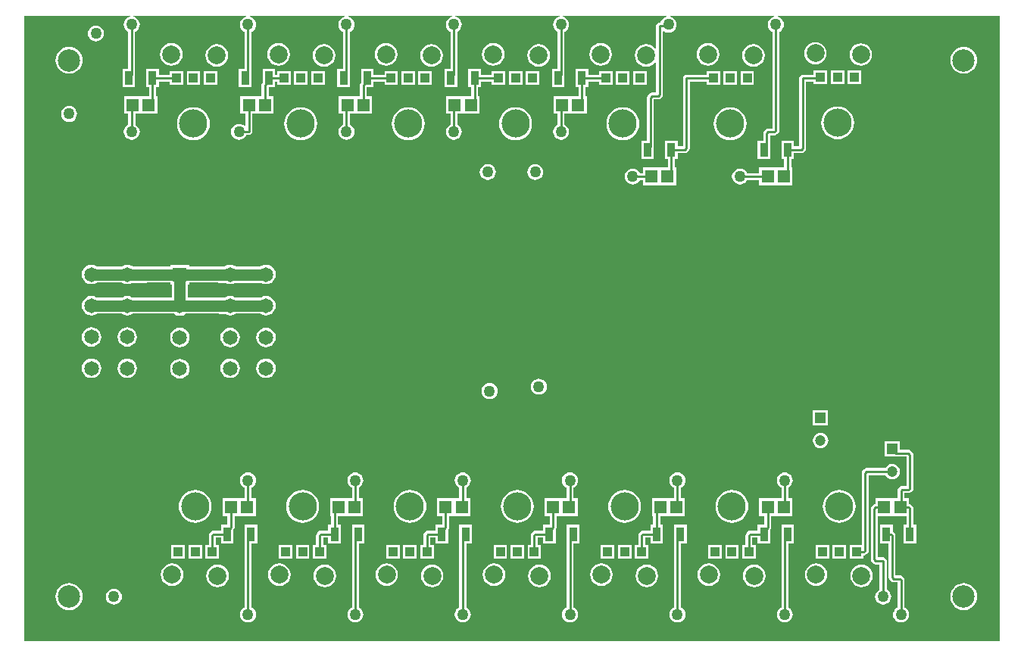
<source format=gbl>
G04*
G04 #@! TF.GenerationSoftware,Altium Limited,Altium Designer,20.2.6 (244)*
G04*
G04 Layer_Physical_Order=4*
G04 Layer_Color=16711680*
%FSLAX25Y25*%
%MOIN*%
G70*
G04*
G04 #@! TF.SameCoordinates,C3CFCC7E-9F89-4B9A-AE3B-C644BB7EF500*
G04*
G04*
G04 #@! TF.FilePolarity,Positive*
G04*
G01*
G75*
%ADD12C,0.01000*%
%ADD25C,0.05000*%
%ADD26R,0.06496X0.06496*%
%ADD27C,0.06496*%
%ADD28R,0.04724X0.04724*%
%ADD29C,0.04724*%
%ADD30C,0.07874*%
%ADD31R,0.03937X0.03937*%
%ADD32C,0.12402*%
%ADD33C,0.05000*%
%ADD34C,0.09843*%
%ADD35R,0.03543X0.06102*%
%ADD36R,0.05500X0.05800*%
G36*
X547244Y118110D02*
X118110D01*
Y393701D01*
X164614D01*
X164646Y393201D01*
X164441Y393174D01*
X163589Y392821D01*
X162858Y392260D01*
X162297Y391529D01*
X161944Y390677D01*
X161824Y389764D01*
X161944Y388850D01*
X162297Y387999D01*
X162858Y387267D01*
X163589Y386706D01*
X163817Y386612D01*
Y370193D01*
X161303D01*
Y362090D01*
X166847D01*
Y367266D01*
X166876Y367413D01*
Y386606D01*
X167119Y386706D01*
X167851Y387267D01*
X168412Y387999D01*
X168764Y388850D01*
X168885Y389764D01*
X168764Y390677D01*
X168412Y391529D01*
X167851Y392260D01*
X167119Y392821D01*
X166268Y393174D01*
X166062Y393201D01*
X166095Y393701D01*
X215795D01*
X215828Y393201D01*
X215622Y393174D01*
X214770Y392821D01*
X214039Y392260D01*
X213478Y391529D01*
X213125Y390677D01*
X213005Y389764D01*
X213125Y388850D01*
X213478Y387999D01*
X214039Y387267D01*
X214770Y386706D01*
X214998Y386612D01*
Y370193D01*
X212484D01*
Y362090D01*
X218028D01*
Y367266D01*
X218057Y367413D01*
Y386606D01*
X218301Y386706D01*
X219032Y387267D01*
X219593Y387999D01*
X219945Y388850D01*
X220066Y389764D01*
X219945Y390677D01*
X219593Y391529D01*
X219032Y392260D01*
X218301Y392821D01*
X217449Y393174D01*
X217243Y393201D01*
X217276Y393701D01*
X259102D01*
X259135Y393201D01*
X258929Y393174D01*
X258077Y392821D01*
X257346Y392260D01*
X256785Y391529D01*
X256433Y390677D01*
X256312Y389764D01*
X256433Y388850D01*
X256785Y387999D01*
X257346Y387267D01*
X258077Y386706D01*
X258313Y386609D01*
Y378340D01*
X258305Y378300D01*
Y370193D01*
X255791D01*
Y362090D01*
X261335D01*
Y367266D01*
X261364Y367413D01*
Y378269D01*
X261372Y378308D01*
Y386609D01*
X261608Y386706D01*
X262339Y387267D01*
X262900Y387999D01*
X263252Y388850D01*
X263373Y389764D01*
X263252Y390677D01*
X262900Y391529D01*
X262339Y392260D01*
X261608Y392821D01*
X260756Y393174D01*
X260550Y393201D01*
X260583Y393701D01*
X306346D01*
X306379Y393201D01*
X306173Y393174D01*
X305322Y392821D01*
X304590Y392260D01*
X304029Y391529D01*
X303677Y390677D01*
X303556Y389764D01*
X303677Y388850D01*
X304029Y387999D01*
X304590Y387267D01*
X305322Y386706D01*
X305549Y386612D01*
Y370193D01*
X303035D01*
Y362090D01*
X308579D01*
Y367266D01*
X308608Y367413D01*
Y386606D01*
X308852Y386706D01*
X309583Y387267D01*
X310144Y387999D01*
X310496Y388850D01*
X310617Y389764D01*
X310496Y390677D01*
X310144Y391529D01*
X309583Y392260D01*
X308852Y392821D01*
X308000Y393174D01*
X307794Y393201D01*
X307827Y393701D01*
X353590D01*
X353623Y393201D01*
X353417Y393174D01*
X352566Y392821D01*
X351835Y392260D01*
X351273Y391529D01*
X350921Y390677D01*
X350800Y389764D01*
X350921Y388850D01*
X351273Y387999D01*
X351835Y387267D01*
X352566Y386706D01*
X352801Y386609D01*
Y372435D01*
X352793Y372395D01*
Y370193D01*
X350279D01*
Y362090D01*
X355823D01*
Y367266D01*
X355852Y367413D01*
Y372363D01*
X355860Y372403D01*
Y386609D01*
X356096Y386706D01*
X356827Y387267D01*
X357388Y387999D01*
X357741Y388850D01*
X357861Y389764D01*
X357741Y390677D01*
X357388Y391529D01*
X356827Y392260D01*
X356096Y392821D01*
X355244Y393174D01*
X355038Y393201D01*
X355071Y393701D01*
X400834D01*
X400867Y393201D01*
X400661Y393174D01*
X399810Y392821D01*
X399079Y392260D01*
X398518Y391529D01*
X398177Y390707D01*
X397638D01*
X397053Y390591D01*
X396556Y390259D01*
X396225Y389763D01*
X396108Y389178D01*
Y379370D01*
X395608Y379200D01*
X395253Y379663D01*
X394222Y380454D01*
X393021Y380952D01*
X391732Y381121D01*
X390443Y380952D01*
X389243Y380454D01*
X388211Y379663D01*
X387420Y378631D01*
X386922Y377431D01*
X386753Y376142D01*
X386922Y374853D01*
X387420Y373652D01*
X388211Y372621D01*
X389243Y371829D01*
X390443Y371332D01*
X391732Y371162D01*
X393021Y371332D01*
X394222Y371829D01*
X395253Y372621D01*
X395608Y373083D01*
X396108Y372914D01*
Y359797D01*
X394224D01*
X393638Y359681D01*
X393142Y359349D01*
X392556Y358763D01*
X392225Y358267D01*
X392108Y357682D01*
Y338697D01*
X389650D01*
Y330594D01*
X395193D01*
Y338697D01*
X395167D01*
Y356738D01*
X397052D01*
X397637Y356855D01*
X398133Y357186D01*
X398719Y357772D01*
X399051Y358268D01*
X399167Y358854D01*
Y386634D01*
X399616Y386856D01*
X399810Y386706D01*
X400661Y386354D01*
X401575Y386234D01*
X402489Y386354D01*
X403340Y386706D01*
X404071Y387267D01*
X404632Y387999D01*
X404985Y388850D01*
X405105Y389764D01*
X404985Y390677D01*
X404632Y391529D01*
X404071Y392260D01*
X403340Y392821D01*
X402489Y393174D01*
X402283Y393201D01*
X402315Y393701D01*
X448078D01*
X448111Y393201D01*
X447905Y393174D01*
X447054Y392821D01*
X446323Y392260D01*
X445762Y391529D01*
X445409Y390677D01*
X445289Y389764D01*
X445409Y388850D01*
X445762Y387999D01*
X446323Y387267D01*
X447054Y386706D01*
X447290Y386609D01*
Y344049D01*
X445468D01*
X444882Y343933D01*
X444386Y343601D01*
X443793Y343007D01*
X443461Y342511D01*
X443345Y341926D01*
Y338697D01*
X440831D01*
Y330594D01*
X446374D01*
Y335770D01*
X446403Y335917D01*
Y340990D01*
X448233D01*
X448818Y341107D01*
X449314Y341438D01*
X449900Y342024D01*
X450232Y342520D01*
X450348Y343106D01*
Y386609D01*
X450584Y386706D01*
X451315Y387267D01*
X451876Y387999D01*
X452229Y388850D01*
X452349Y389764D01*
X452229Y390677D01*
X451876Y391529D01*
X451315Y392260D01*
X450584Y392821D01*
X449733Y393174D01*
X449527Y393201D01*
X449559Y393701D01*
X547244D01*
Y118110D01*
D02*
G37*
%LPC*%
G36*
X149606Y389357D02*
X148693Y389237D01*
X147841Y388884D01*
X147110Y388323D01*
X146549Y387592D01*
X146196Y386740D01*
X146076Y385827D01*
X146196Y384913D01*
X146549Y384062D01*
X147110Y383330D01*
X147841Y382769D01*
X148693Y382417D01*
X149606Y382297D01*
X150520Y382417D01*
X151371Y382769D01*
X152102Y383330D01*
X152664Y384062D01*
X153016Y384913D01*
X153137Y385827D01*
X153016Y386740D01*
X152664Y387592D01*
X152102Y388323D01*
X151371Y388884D01*
X150520Y389237D01*
X149606Y389357D01*
D02*
G37*
G36*
X466221Y382047D02*
X464932Y381877D01*
X463731Y381379D01*
X462699Y380588D01*
X461908Y379557D01*
X461411Y378356D01*
X461241Y377067D01*
X461411Y375778D01*
X461908Y374577D01*
X462699Y373546D01*
X463731Y372755D01*
X464932Y372257D01*
X466221Y372087D01*
X467509Y372257D01*
X468710Y372755D01*
X469742Y373546D01*
X470533Y374577D01*
X471030Y375778D01*
X471200Y377067D01*
X471030Y378356D01*
X470533Y379557D01*
X469742Y380588D01*
X468710Y381379D01*
X467509Y381877D01*
X466221Y382047D01*
D02*
G37*
G36*
X418976Y381653D02*
X417688Y381483D01*
X416487Y380986D01*
X415455Y380194D01*
X414664Y379163D01*
X414166Y377962D01*
X413997Y376673D01*
X414166Y375384D01*
X414664Y374183D01*
X415455Y373152D01*
X416487Y372361D01*
X417688Y371863D01*
X418976Y371694D01*
X420265Y371863D01*
X421466Y372361D01*
X422498Y373152D01*
X423289Y374183D01*
X423786Y375384D01*
X423956Y376673D01*
X423786Y377962D01*
X423289Y379163D01*
X422498Y380194D01*
X421466Y380986D01*
X420265Y381483D01*
X418976Y381653D01*
D02*
G37*
G36*
X371732D02*
X370444Y381483D01*
X369243Y380986D01*
X368211Y380194D01*
X367420Y379163D01*
X366922Y377962D01*
X366753Y376673D01*
X366922Y375384D01*
X367420Y374183D01*
X368211Y373152D01*
X369243Y372361D01*
X370444Y371863D01*
X371732Y371694D01*
X373021Y371863D01*
X374222Y372361D01*
X375253Y373152D01*
X376045Y374183D01*
X376542Y375384D01*
X376712Y376673D01*
X376542Y377962D01*
X376045Y379163D01*
X375253Y380194D01*
X374222Y380986D01*
X373021Y381483D01*
X371732Y381653D01*
D02*
G37*
G36*
X324488D02*
X323199Y381483D01*
X321998Y380986D01*
X320967Y380194D01*
X320176Y379163D01*
X319678Y377962D01*
X319509Y376673D01*
X319678Y375384D01*
X320176Y374183D01*
X320967Y373152D01*
X321998Y372361D01*
X323199Y371863D01*
X324488Y371694D01*
X325777Y371863D01*
X326978Y372361D01*
X328009Y373152D01*
X328801Y374183D01*
X329298Y375384D01*
X329468Y376673D01*
X329298Y377962D01*
X328801Y379163D01*
X328009Y380194D01*
X326978Y380986D01*
X325777Y381483D01*
X324488Y381653D01*
D02*
G37*
G36*
X277244D02*
X275955Y381483D01*
X274754Y380986D01*
X273723Y380194D01*
X272932Y379163D01*
X272434Y377962D01*
X272265Y376673D01*
X272434Y375384D01*
X272932Y374183D01*
X273723Y373152D01*
X274754Y372361D01*
X275955Y371863D01*
X277244Y371694D01*
X278533Y371863D01*
X279734Y372361D01*
X280765Y373152D01*
X281557Y374183D01*
X282054Y375384D01*
X282224Y376673D01*
X282054Y377962D01*
X281557Y379163D01*
X280765Y380194D01*
X279734Y380986D01*
X278533Y381483D01*
X277244Y381653D01*
D02*
G37*
G36*
X230000D02*
X228711Y381483D01*
X227510Y380986D01*
X226479Y380194D01*
X225688Y379163D01*
X225190Y377962D01*
X225020Y376673D01*
X225190Y375384D01*
X225688Y374183D01*
X226479Y373152D01*
X227510Y372361D01*
X228711Y371863D01*
X230000Y371694D01*
X231289Y371863D01*
X232490Y372361D01*
X233521Y373152D01*
X234313Y374183D01*
X234810Y375384D01*
X234980Y376673D01*
X234810Y377962D01*
X234313Y379163D01*
X233521Y380194D01*
X232490Y380986D01*
X231289Y381483D01*
X230000Y381653D01*
D02*
G37*
G36*
X182756D02*
X181467Y381483D01*
X180266Y380986D01*
X179235Y380194D01*
X178443Y379163D01*
X177946Y377962D01*
X177776Y376673D01*
X177946Y375384D01*
X178443Y374183D01*
X179235Y373152D01*
X180266Y372361D01*
X181467Y371863D01*
X182756Y371694D01*
X184045Y371863D01*
X185246Y372361D01*
X186277Y373152D01*
X187068Y374183D01*
X187566Y375384D01*
X187735Y376673D01*
X187566Y377962D01*
X187068Y379163D01*
X186277Y380194D01*
X185246Y380986D01*
X184045Y381483D01*
X182756Y381653D01*
D02*
G37*
G36*
X486221Y381515D02*
X484932Y381345D01*
X483731Y380848D01*
X482699Y380057D01*
X481908Y379025D01*
X481411Y377824D01*
X481241Y376535D01*
X481411Y375247D01*
X481908Y374046D01*
X482699Y373014D01*
X483731Y372223D01*
X484932Y371726D01*
X486221Y371556D01*
X487509Y371726D01*
X488710Y372223D01*
X489742Y373014D01*
X490533Y374046D01*
X491030Y375247D01*
X491200Y376535D01*
X491030Y377824D01*
X490533Y379025D01*
X489742Y380057D01*
X488710Y380848D01*
X487509Y381345D01*
X486221Y381515D01*
D02*
G37*
G36*
X438976Y381121D02*
X437688Y380952D01*
X436487Y380454D01*
X435455Y379663D01*
X434664Y378631D01*
X434166Y377431D01*
X433997Y376142D01*
X434166Y374853D01*
X434664Y373652D01*
X435455Y372621D01*
X436487Y371829D01*
X437688Y371332D01*
X438976Y371162D01*
X440265Y371332D01*
X441466Y371829D01*
X442497Y372621D01*
X443289Y373652D01*
X443786Y374853D01*
X443956Y376142D01*
X443786Y377431D01*
X443289Y378631D01*
X442497Y379663D01*
X441466Y380454D01*
X440265Y380952D01*
X438976Y381121D01*
D02*
G37*
G36*
X344488D02*
X343199Y380952D01*
X341998Y380454D01*
X340967Y379663D01*
X340176Y378631D01*
X339678Y377431D01*
X339509Y376142D01*
X339678Y374853D01*
X340176Y373652D01*
X340967Y372621D01*
X341998Y371829D01*
X343199Y371332D01*
X344488Y371162D01*
X345777Y371332D01*
X346978Y371829D01*
X348009Y372621D01*
X348801Y373652D01*
X349298Y374853D01*
X349468Y376142D01*
X349298Y377431D01*
X348801Y378631D01*
X348009Y379663D01*
X346978Y380454D01*
X345777Y380952D01*
X344488Y381121D01*
D02*
G37*
G36*
X297244D02*
X295955Y380952D01*
X294754Y380454D01*
X293723Y379663D01*
X292932Y378631D01*
X292434Y377431D01*
X292265Y376142D01*
X292434Y374853D01*
X292932Y373652D01*
X293723Y372621D01*
X294754Y371829D01*
X295955Y371332D01*
X297244Y371162D01*
X298533Y371332D01*
X299734Y371829D01*
X300765Y372621D01*
X301557Y373652D01*
X302054Y374853D01*
X302224Y376142D01*
X302054Y377431D01*
X301557Y378631D01*
X300765Y379663D01*
X299734Y380454D01*
X298533Y380952D01*
X297244Y381121D01*
D02*
G37*
G36*
X250000D02*
X248711Y380952D01*
X247510Y380454D01*
X246479Y379663D01*
X245688Y378631D01*
X245190Y377431D01*
X245020Y376142D01*
X245190Y374853D01*
X245688Y373652D01*
X246479Y372621D01*
X247510Y371829D01*
X248711Y371332D01*
X250000Y371162D01*
X251289Y371332D01*
X252490Y371829D01*
X253521Y372621D01*
X254312Y373652D01*
X254810Y374853D01*
X254980Y376142D01*
X254810Y377431D01*
X254312Y378631D01*
X253521Y379663D01*
X252490Y380454D01*
X251289Y380952D01*
X250000Y381121D01*
D02*
G37*
G36*
X202756D02*
X201467Y380952D01*
X200266Y380454D01*
X199235Y379663D01*
X198443Y378631D01*
X197946Y377431D01*
X197776Y376142D01*
X197946Y374853D01*
X198443Y373652D01*
X199235Y372621D01*
X200266Y371829D01*
X201467Y371332D01*
X202756Y371162D01*
X204045Y371332D01*
X205246Y371829D01*
X206277Y372621D01*
X207068Y373652D01*
X207566Y374853D01*
X207735Y376142D01*
X207566Y377431D01*
X207068Y378631D01*
X206277Y379663D01*
X205246Y380454D01*
X204045Y380952D01*
X202756Y381121D01*
D02*
G37*
G36*
X531496Y379966D02*
X530335Y379851D01*
X529219Y379513D01*
X528191Y378963D01*
X527289Y378223D01*
X526549Y377321D01*
X525999Y376293D01*
X525661Y375177D01*
X525546Y374016D01*
X525661Y372855D01*
X525999Y371739D01*
X526549Y370710D01*
X527289Y369809D01*
X528191Y369069D01*
X529219Y368519D01*
X530335Y368180D01*
X531496Y368066D01*
X532657Y368180D01*
X533773Y368519D01*
X534802Y369069D01*
X535703Y369809D01*
X536443Y370710D01*
X536993Y371739D01*
X537332Y372855D01*
X537446Y374016D01*
X537332Y375177D01*
X536993Y376293D01*
X536443Y377321D01*
X535703Y378223D01*
X534802Y378963D01*
X533773Y379513D01*
X532657Y379851D01*
X531496Y379966D01*
D02*
G37*
G36*
X137795D02*
X136635Y379851D01*
X135518Y379513D01*
X134490Y378963D01*
X133588Y378223D01*
X132848Y377321D01*
X132298Y376293D01*
X131960Y375177D01*
X131845Y374016D01*
X131960Y372855D01*
X132298Y371739D01*
X132848Y370710D01*
X133588Y369809D01*
X134490Y369069D01*
X135518Y368519D01*
X136635Y368180D01*
X137795Y368066D01*
X138956Y368180D01*
X140072Y368519D01*
X141101Y369069D01*
X142002Y369809D01*
X142743Y370710D01*
X143292Y371739D01*
X143631Y372855D01*
X143745Y374016D01*
X143631Y375177D01*
X143292Y376293D01*
X142743Y377321D01*
X142002Y378223D01*
X141101Y378963D01*
X140072Y379513D01*
X138956Y379851D01*
X137795Y379966D01*
D02*
G37*
G36*
X486433Y369504D02*
X480496D01*
Y363567D01*
X486433D01*
Y369504D01*
D02*
G37*
G36*
X478953D02*
X473016D01*
Y363567D01*
X478953D01*
Y369504D01*
D02*
G37*
G36*
X471472D02*
X465535D01*
Y367671D01*
X460630D01*
X460045Y367555D01*
X459549Y367223D01*
X459217Y366727D01*
X459100Y366142D01*
Y336175D01*
X456807D01*
Y338697D01*
X451264D01*
Y330594D01*
X452506D01*
Y326735D01*
X441523D01*
Y324364D01*
X436226D01*
X436128Y324600D01*
X435567Y325331D01*
X434836Y325892D01*
X433985Y326245D01*
X433071Y326365D01*
X432157Y326245D01*
X431306Y325892D01*
X430575Y325331D01*
X430014Y324600D01*
X429661Y323748D01*
X429541Y322835D01*
X429661Y321921D01*
X430014Y321070D01*
X430575Y320338D01*
X431306Y319777D01*
X432157Y319425D01*
X433071Y319304D01*
X433985Y319425D01*
X434836Y319777D01*
X435567Y320338D01*
X436128Y321070D01*
X436226Y321305D01*
X441523D01*
Y318935D01*
X456115D01*
Y326735D01*
X455565D01*
Y330594D01*
X456807D01*
Y333116D01*
X460044D01*
X460629Y333233D01*
X461126Y333564D01*
X461711Y334150D01*
X462043Y334646D01*
X462159Y335231D01*
Y364612D01*
X465535D01*
Y363567D01*
X471472D01*
Y369504D01*
D02*
G37*
G36*
X439189Y369110D02*
X433252D01*
Y363173D01*
X439189D01*
Y369110D01*
D02*
G37*
G36*
X431709D02*
X425772D01*
Y363173D01*
X431709D01*
Y369110D01*
D02*
G37*
G36*
X424228D02*
X418291D01*
Y367671D01*
X409449D01*
X408863Y367555D01*
X408367Y367223D01*
X408036Y366727D01*
X407919Y366142D01*
Y336175D01*
X405626D01*
Y338697D01*
X400083D01*
Y330594D01*
X401325D01*
Y326735D01*
X390341D01*
Y324364D01*
X388982D01*
X388884Y324600D01*
X388323Y325331D01*
X387592Y325892D01*
X386740Y326245D01*
X385827Y326365D01*
X384913Y326245D01*
X384062Y325892D01*
X383330Y325331D01*
X382769Y324600D01*
X382417Y323748D01*
X382297Y322835D01*
X382417Y321921D01*
X382769Y321070D01*
X383330Y320338D01*
X384062Y319777D01*
X384913Y319425D01*
X385827Y319304D01*
X386740Y319425D01*
X387592Y319777D01*
X388323Y320338D01*
X388884Y321070D01*
X388982Y321305D01*
X390341D01*
Y318935D01*
X404934D01*
Y326735D01*
X404384D01*
Y330594D01*
X405626D01*
Y333116D01*
X408863D01*
X409448Y333233D01*
X409944Y333564D01*
X410530Y334150D01*
X410862Y334646D01*
X410978Y335231D01*
Y364612D01*
X418291D01*
Y363173D01*
X424228D01*
Y369110D01*
D02*
G37*
G36*
X391945D02*
X386008D01*
Y363173D01*
X391945D01*
Y369110D01*
D02*
G37*
G36*
X384465D02*
X378528D01*
Y363173D01*
X384465D01*
Y369110D01*
D02*
G37*
G36*
X366256Y370193D02*
X360713D01*
Y362090D01*
X361955D01*
Y358231D01*
X350971D01*
Y350431D01*
X352801D01*
Y345675D01*
X352566Y345577D01*
X351835Y345016D01*
X351273Y344285D01*
X350921Y343433D01*
X350800Y342520D01*
X350921Y341606D01*
X351273Y340755D01*
X351835Y340023D01*
X352566Y339462D01*
X353417Y339110D01*
X354331Y338989D01*
X355244Y339110D01*
X356096Y339462D01*
X356827Y340023D01*
X357388Y340755D01*
X357741Y341606D01*
X357861Y342520D01*
X357741Y343433D01*
X357388Y344285D01*
X356827Y345016D01*
X356096Y345577D01*
X355860Y345675D01*
Y350431D01*
X365564D01*
Y358231D01*
X365014D01*
Y362090D01*
X366256D01*
Y364612D01*
X371047D01*
Y363173D01*
X376984D01*
Y369110D01*
X371047D01*
Y367671D01*
X366256D01*
Y370193D01*
D02*
G37*
G36*
X344701Y369110D02*
X338764D01*
Y363173D01*
X344701D01*
Y369110D01*
D02*
G37*
G36*
X337221D02*
X331283D01*
Y363173D01*
X337221D01*
Y369110D01*
D02*
G37*
G36*
X319012Y370193D02*
X313469D01*
Y362090D01*
X314711D01*
Y358231D01*
X303727D01*
Y350431D01*
X305557D01*
Y345675D01*
X305322Y345577D01*
X304590Y345016D01*
X304029Y344285D01*
X303677Y343433D01*
X303556Y342520D01*
X303677Y341606D01*
X304029Y340755D01*
X304590Y340023D01*
X305322Y339462D01*
X306173Y339110D01*
X307087Y338989D01*
X308000Y339110D01*
X308852Y339462D01*
X309583Y340023D01*
X310144Y340755D01*
X310496Y341606D01*
X310617Y342520D01*
X310496Y343433D01*
X310144Y344285D01*
X309583Y345016D01*
X308852Y345577D01*
X308616Y345675D01*
Y350431D01*
X318320D01*
Y358231D01*
X317770D01*
Y362090D01*
X319012D01*
Y364612D01*
X323803D01*
Y363173D01*
X329740D01*
Y369110D01*
X323803D01*
Y367671D01*
X319012D01*
Y370193D01*
D02*
G37*
G36*
X297457Y369110D02*
X291520D01*
Y363173D01*
X297457D01*
Y369110D01*
D02*
G37*
G36*
X289976D02*
X284039D01*
Y363173D01*
X289976D01*
Y369110D01*
D02*
G37*
G36*
X271768Y370193D02*
X266224D01*
Y364244D01*
X265913Y363777D01*
X265796Y363192D01*
Y358231D01*
X256483D01*
Y350431D01*
X258313D01*
Y345675D01*
X258077Y345577D01*
X257346Y345016D01*
X256785Y344285D01*
X256433Y343433D01*
X256312Y342520D01*
X256433Y341606D01*
X256785Y340755D01*
X257346Y340023D01*
X258077Y339462D01*
X258929Y339110D01*
X259842Y338989D01*
X260756Y339110D01*
X261608Y339462D01*
X262339Y340023D01*
X262900Y340755D01*
X263252Y341606D01*
X263373Y342520D01*
X263252Y343433D01*
X262900Y344285D01*
X262339Y345016D01*
X261608Y345577D01*
X261372Y345675D01*
Y350431D01*
X271076D01*
Y358231D01*
X268855D01*
Y362090D01*
X271768D01*
Y364612D01*
X276559D01*
Y363173D01*
X282496D01*
Y369110D01*
X276559D01*
Y367671D01*
X271768D01*
Y370193D01*
D02*
G37*
G36*
X250213Y369110D02*
X244276D01*
Y363173D01*
X250213D01*
Y369110D01*
D02*
G37*
G36*
X242732D02*
X236795D01*
Y363173D01*
X242732D01*
Y369110D01*
D02*
G37*
G36*
X228461Y370193D02*
X222917D01*
Y364244D01*
X222606Y363777D01*
X222489Y363192D01*
Y358231D01*
X213176D01*
Y350431D01*
X215397D01*
Y345414D01*
X214897Y345168D01*
X214364Y345577D01*
X213512Y345930D01*
X212598Y346050D01*
X211685Y345930D01*
X210833Y345577D01*
X210102Y345016D01*
X209541Y344285D01*
X209189Y343433D01*
X209068Y342520D01*
X209189Y341606D01*
X209541Y340755D01*
X210102Y340023D01*
X210833Y339462D01*
X211685Y339110D01*
X212598Y338989D01*
X213512Y339110D01*
X214364Y339462D01*
X215095Y340023D01*
X215656Y340755D01*
X215806Y341118D01*
X216926D01*
X217511Y341235D01*
X218007Y341566D01*
X218339Y342062D01*
X218455Y342648D01*
Y350431D01*
X227769D01*
Y358231D01*
X225548D01*
Y362090D01*
X228461D01*
Y364612D01*
X229315D01*
Y363173D01*
X235252D01*
Y369110D01*
X229315D01*
Y367671D01*
X228461D01*
Y370193D01*
D02*
G37*
G36*
X202969Y369110D02*
X197031D01*
Y363173D01*
X202969D01*
Y369110D01*
D02*
G37*
G36*
X195488D02*
X189551D01*
Y363173D01*
X195488D01*
Y369110D01*
D02*
G37*
G36*
X177279Y370193D02*
X171736D01*
Y362090D01*
X172978D01*
Y358231D01*
X161995D01*
Y350431D01*
X163825D01*
Y345675D01*
X163589Y345577D01*
X162858Y345016D01*
X162297Y344285D01*
X161944Y343433D01*
X161824Y342520D01*
X161944Y341606D01*
X162297Y340755D01*
X162858Y340023D01*
X163589Y339462D01*
X164441Y339110D01*
X165354Y338989D01*
X166268Y339110D01*
X167119Y339462D01*
X167851Y340023D01*
X168412Y340755D01*
X168764Y341606D01*
X168885Y342520D01*
X168764Y343433D01*
X168412Y344285D01*
X167851Y345016D01*
X167119Y345577D01*
X166884Y345675D01*
Y350431D01*
X176588D01*
Y358231D01*
X176037D01*
Y362090D01*
X177279D01*
Y364612D01*
X182071D01*
Y363173D01*
X188008D01*
Y369110D01*
X182071D01*
Y367671D01*
X177279D01*
Y370193D01*
D02*
G37*
G36*
X137795Y353924D02*
X136882Y353804D01*
X136030Y353451D01*
X135299Y352890D01*
X134738Y352159D01*
X134385Y351307D01*
X134265Y350394D01*
X134385Y349480D01*
X134738Y348629D01*
X135299Y347898D01*
X136030Y347337D01*
X136882Y346984D01*
X137795Y346864D01*
X138709Y346984D01*
X139560Y347337D01*
X140292Y347898D01*
X140852Y348629D01*
X141205Y349480D01*
X141325Y350394D01*
X141205Y351307D01*
X140852Y352159D01*
X140292Y352890D01*
X139560Y353451D01*
X138709Y353804D01*
X137795Y353924D01*
D02*
G37*
G36*
X475984Y353692D02*
X474573Y353553D01*
X473215Y353141D01*
X471964Y352473D01*
X470868Y351573D01*
X469968Y350477D01*
X469299Y349226D01*
X468888Y347868D01*
X468749Y346457D01*
X468888Y345045D01*
X469299Y343688D01*
X469968Y342437D01*
X470868Y341340D01*
X471964Y340441D01*
X473215Y339772D01*
X474573Y339360D01*
X475984Y339221D01*
X477396Y339360D01*
X478753Y339772D01*
X480004Y340441D01*
X481101Y341340D01*
X482000Y342437D01*
X482669Y343688D01*
X483081Y345045D01*
X483220Y346457D01*
X483081Y347868D01*
X482669Y349226D01*
X482000Y350477D01*
X481101Y351573D01*
X480004Y352473D01*
X478753Y353141D01*
X477396Y353553D01*
X475984Y353692D01*
D02*
G37*
G36*
X428740Y353299D02*
X427328Y353160D01*
X425971Y352748D01*
X424720Y352079D01*
X423624Y351179D01*
X422724Y350083D01*
X422055Y348832D01*
X421644Y347475D01*
X421504Y346063D01*
X421644Y344651D01*
X422055Y343294D01*
X422724Y342043D01*
X423624Y340947D01*
X424720Y340047D01*
X425971Y339378D01*
X427328Y338966D01*
X428740Y338827D01*
X430152Y338966D01*
X431509Y339378D01*
X432760Y340047D01*
X433856Y340947D01*
X434756Y342043D01*
X435425Y343294D01*
X435837Y344651D01*
X435976Y346063D01*
X435837Y347475D01*
X435425Y348832D01*
X434756Y350083D01*
X433856Y351179D01*
X432760Y352079D01*
X431509Y352748D01*
X430152Y353160D01*
X428740Y353299D01*
D02*
G37*
G36*
X381496D02*
X380084Y353160D01*
X378727Y352748D01*
X377476Y352079D01*
X376380Y351179D01*
X375480Y350083D01*
X374811Y348832D01*
X374399Y347475D01*
X374260Y346063D01*
X374399Y344651D01*
X374811Y343294D01*
X375480Y342043D01*
X376380Y340947D01*
X377476Y340047D01*
X378727Y339378D01*
X380084Y338966D01*
X381496Y338827D01*
X382908Y338966D01*
X384265Y339378D01*
X385516Y340047D01*
X386612Y340947D01*
X387512Y342043D01*
X388181Y343294D01*
X388593Y344651D01*
X388732Y346063D01*
X388593Y347475D01*
X388181Y348832D01*
X387512Y350083D01*
X386612Y351179D01*
X385516Y352079D01*
X384265Y352748D01*
X382908Y353160D01*
X381496Y353299D01*
D02*
G37*
G36*
X334252D02*
X332840Y353160D01*
X331483Y352748D01*
X330232Y352079D01*
X329136Y351179D01*
X328236Y350083D01*
X327567Y348832D01*
X327155Y347475D01*
X327016Y346063D01*
X327155Y344651D01*
X327567Y343294D01*
X328236Y342043D01*
X329136Y340947D01*
X330232Y340047D01*
X331483Y339378D01*
X332840Y338966D01*
X334252Y338827D01*
X335664Y338966D01*
X337021Y339378D01*
X338272Y340047D01*
X339368Y340947D01*
X340268Y342043D01*
X340937Y343294D01*
X341349Y344651D01*
X341488Y346063D01*
X341349Y347475D01*
X340937Y348832D01*
X340268Y350083D01*
X339368Y351179D01*
X338272Y352079D01*
X337021Y352748D01*
X335664Y353160D01*
X334252Y353299D01*
D02*
G37*
G36*
X287008D02*
X285596Y353160D01*
X284239Y352748D01*
X282988Y352079D01*
X281891Y351179D01*
X280992Y350083D01*
X280323Y348832D01*
X279911Y347475D01*
X279772Y346063D01*
X279911Y344651D01*
X280323Y343294D01*
X280992Y342043D01*
X281891Y340947D01*
X282988Y340047D01*
X284239Y339378D01*
X285596Y338966D01*
X287008Y338827D01*
X288420Y338966D01*
X289777Y339378D01*
X291028Y340047D01*
X292124Y340947D01*
X293024Y342043D01*
X293693Y343294D01*
X294105Y344651D01*
X294244Y346063D01*
X294105Y347475D01*
X293693Y348832D01*
X293024Y350083D01*
X292124Y351179D01*
X291028Y352079D01*
X289777Y352748D01*
X288420Y353160D01*
X287008Y353299D01*
D02*
G37*
G36*
X239764D02*
X238352Y353160D01*
X236995Y352748D01*
X235744Y352079D01*
X234647Y351179D01*
X233748Y350083D01*
X233079Y348832D01*
X232667Y347475D01*
X232528Y346063D01*
X232667Y344651D01*
X233079Y343294D01*
X233748Y342043D01*
X234647Y340947D01*
X235744Y340047D01*
X236995Y339378D01*
X238352Y338966D01*
X239764Y338827D01*
X241175Y338966D01*
X242533Y339378D01*
X243784Y340047D01*
X244880Y340947D01*
X245780Y342043D01*
X246449Y343294D01*
X246860Y344651D01*
X246999Y346063D01*
X246860Y347475D01*
X246449Y348832D01*
X245780Y350083D01*
X244880Y351179D01*
X243784Y352079D01*
X242533Y352748D01*
X241175Y353160D01*
X239764Y353299D01*
D02*
G37*
G36*
X192520D02*
X191108Y353160D01*
X189751Y352748D01*
X188500Y352079D01*
X187403Y351179D01*
X186504Y350083D01*
X185835Y348832D01*
X185423Y347475D01*
X185284Y346063D01*
X185423Y344651D01*
X185835Y343294D01*
X186504Y342043D01*
X187403Y340947D01*
X188500Y340047D01*
X189751Y339378D01*
X191108Y338966D01*
X192520Y338827D01*
X193931Y338966D01*
X195289Y339378D01*
X196540Y340047D01*
X197636Y340947D01*
X198536Y342043D01*
X199205Y343294D01*
X199616Y344651D01*
X199755Y346063D01*
X199616Y347475D01*
X199205Y348832D01*
X198536Y350083D01*
X197636Y351179D01*
X196540Y352079D01*
X195289Y352748D01*
X193931Y353160D01*
X192520Y353299D01*
D02*
G37*
G36*
X342957Y328333D02*
X342043Y328213D01*
X341192Y327860D01*
X340460Y327299D01*
X339899Y326568D01*
X339547Y325717D01*
X339427Y324803D01*
X339547Y323889D01*
X339899Y323038D01*
X340460Y322307D01*
X341192Y321746D01*
X342043Y321393D01*
X342957Y321273D01*
X343870Y321393D01*
X344722Y321746D01*
X345453Y322307D01*
X346014Y323038D01*
X346367Y323889D01*
X346487Y324803D01*
X346367Y325717D01*
X346014Y326568D01*
X345453Y327299D01*
X344722Y327860D01*
X343870Y328213D01*
X342957Y328333D01*
D02*
G37*
G36*
X322070D02*
X321156Y328213D01*
X320305Y327860D01*
X319574Y327299D01*
X319013Y326568D01*
X318660Y325717D01*
X318540Y324803D01*
X318660Y323889D01*
X319013Y323038D01*
X319574Y322307D01*
X320305Y321746D01*
X321156Y321393D01*
X322070Y321273D01*
X322984Y321393D01*
X323835Y321746D01*
X324566Y322307D01*
X325127Y323038D01*
X325480Y323889D01*
X325600Y324803D01*
X325480Y325717D01*
X325127Y326568D01*
X324566Y327299D01*
X323835Y327860D01*
X322984Y328213D01*
X322070Y328333D01*
D02*
G37*
G36*
X224410Y283997D02*
X223301Y283851D01*
X222267Y283423D01*
X221791Y283058D01*
X211280D01*
X210804Y283423D01*
X209770Y283851D01*
X208661Y283997D01*
X207553Y283851D01*
X206519Y283423D01*
X206043Y283058D01*
X204929D01*
X204770Y283123D01*
X203857Y283244D01*
X190790D01*
Y283776D01*
X182294D01*
Y283244D01*
X171629D01*
X170715Y283123D01*
X170557Y283058D01*
X166005D01*
X165528Y283423D01*
X164495Y283851D01*
X163386Y283997D01*
X162277Y283851D01*
X161243Y283423D01*
X161008Y283243D01*
X150015D01*
X149780Y283423D01*
X148747Y283851D01*
X147638Y283997D01*
X146529Y283851D01*
X145495Y283423D01*
X144608Y282742D01*
X143927Y281855D01*
X143499Y280822D01*
X143353Y279713D01*
X143499Y278604D01*
X143927Y277570D01*
X144608Y276683D01*
X145495Y276002D01*
X146529Y275574D01*
X147638Y275428D01*
X148747Y275574D01*
X149780Y276002D01*
X150015Y276182D01*
X161008D01*
X161243Y276002D01*
X162277Y275574D01*
X163386Y275428D01*
X164495Y275574D01*
X165517Y275997D01*
X171443D01*
X172357Y276118D01*
X172515Y276183D01*
X182294D01*
Y275279D01*
X183012D01*
Y269463D01*
X165763D01*
X165528Y269644D01*
X164495Y270072D01*
X163386Y270218D01*
X162277Y270072D01*
X161243Y269644D01*
X161008Y269463D01*
X150015D01*
X149780Y269644D01*
X148747Y270072D01*
X147638Y270218D01*
X146529Y270072D01*
X145495Y269644D01*
X144608Y268963D01*
X143927Y268075D01*
X143499Y267042D01*
X143353Y265933D01*
X143499Y264824D01*
X143927Y263791D01*
X144608Y262903D01*
X145495Y262222D01*
X146529Y261794D01*
X147638Y261648D01*
X148747Y261794D01*
X149780Y262222D01*
X150015Y262403D01*
X161008D01*
X161243Y262222D01*
X162277Y261794D01*
X163386Y261648D01*
X164495Y261794D01*
X165528Y262222D01*
X165763Y262403D01*
X183924D01*
X184400Y262037D01*
X185433Y261609D01*
X186542Y261463D01*
X187651Y261609D01*
X188685Y262037D01*
X189162Y262404D01*
X203579D01*
X204122Y262332D01*
X206376D01*
X206519Y262222D01*
X207553Y261794D01*
X208661Y261648D01*
X209770Y261794D01*
X210804Y262222D01*
X211039Y262403D01*
X222032D01*
X222267Y262222D01*
X223301Y261794D01*
X224410Y261648D01*
X225518Y261794D01*
X226552Y262222D01*
X227439Y262903D01*
X228120Y263791D01*
X228548Y264824D01*
X228694Y265933D01*
X228548Y267042D01*
X228120Y268075D01*
X227439Y268963D01*
X226552Y269644D01*
X225518Y270072D01*
X224410Y270218D01*
X223301Y270072D01*
X222267Y269644D01*
X222032Y269463D01*
X211039D01*
X210804Y269644D01*
X209770Y270072D01*
X208661Y270218D01*
X207553Y270072D01*
X206519Y269644D01*
X206192Y269393D01*
X204594D01*
X204050Y269464D01*
X190073D01*
Y275279D01*
X190790D01*
Y276183D01*
X202970D01*
X203129Y276118D01*
X204043Y275997D01*
X206530D01*
X207553Y275574D01*
X208661Y275428D01*
X209770Y275574D01*
X210793Y275997D01*
X222278D01*
X223301Y275574D01*
X224410Y275428D01*
X225518Y275574D01*
X226552Y276002D01*
X227439Y276683D01*
X228120Y277570D01*
X228548Y278604D01*
X228694Y279713D01*
X228548Y280822D01*
X228120Y281855D01*
X227439Y282742D01*
X226552Y283423D01*
X225518Y283851D01*
X224410Y283997D01*
D02*
G37*
G36*
X163386Y256438D02*
X162277Y256292D01*
X161243Y255864D01*
X160356Y255183D01*
X159675Y254296D01*
X159247Y253262D01*
X159101Y252153D01*
X159247Y251045D01*
X159675Y250011D01*
X160356Y249124D01*
X161243Y248443D01*
X162277Y248015D01*
X163386Y247869D01*
X164495Y248015D01*
X165528Y248443D01*
X166416Y249124D01*
X167096Y250011D01*
X167525Y251045D01*
X167671Y252153D01*
X167525Y253262D01*
X167096Y254296D01*
X166416Y255183D01*
X165528Y255864D01*
X164495Y256292D01*
X163386Y256438D01*
D02*
G37*
G36*
X147638D02*
X146529Y256292D01*
X145495Y255864D01*
X144608Y255183D01*
X143927Y254296D01*
X143499Y253262D01*
X143353Y252153D01*
X143499Y251045D01*
X143927Y250011D01*
X144608Y249124D01*
X145495Y248443D01*
X146529Y248015D01*
X147638Y247869D01*
X148747Y248015D01*
X149780Y248443D01*
X150668Y249124D01*
X151348Y250011D01*
X151777Y251045D01*
X151923Y252153D01*
X151777Y253262D01*
X151348Y254296D01*
X150668Y255183D01*
X149780Y255864D01*
X148747Y256292D01*
X147638Y256438D01*
D02*
G37*
G36*
X224410Y256253D02*
X223301Y256107D01*
X222267Y255679D01*
X221380Y254998D01*
X220699Y254111D01*
X220271Y253078D01*
X220125Y251969D01*
X220271Y250859D01*
X220699Y249826D01*
X221380Y248939D01*
X222267Y248258D01*
X223301Y247830D01*
X224410Y247684D01*
X225518Y247830D01*
X226552Y248258D01*
X227439Y248939D01*
X228120Y249826D01*
X228548Y250859D01*
X228694Y251969D01*
X228548Y253078D01*
X228120Y254111D01*
X227439Y254998D01*
X226552Y255679D01*
X225518Y256107D01*
X224410Y256253D01*
D02*
G37*
G36*
X208661D02*
X207553Y256107D01*
X206519Y255679D01*
X205632Y254998D01*
X204951Y254111D01*
X204523Y253078D01*
X204377Y251969D01*
X204523Y250859D01*
X204951Y249826D01*
X205632Y248939D01*
X206519Y248258D01*
X207553Y247830D01*
X208661Y247684D01*
X209770Y247830D01*
X210804Y248258D01*
X211691Y248939D01*
X212372Y249826D01*
X212800Y250859D01*
X212946Y251969D01*
X212800Y253078D01*
X212372Y254111D01*
X211691Y254998D01*
X210804Y255679D01*
X209770Y256107D01*
X208661Y256253D01*
D02*
G37*
G36*
X186542D02*
X185433Y256107D01*
X184400Y255679D01*
X183513Y254998D01*
X182832Y254111D01*
X182404Y253078D01*
X182258Y251969D01*
X182404Y250859D01*
X182832Y249826D01*
X183513Y248939D01*
X184400Y248258D01*
X185433Y247830D01*
X186542Y247684D01*
X187651Y247830D01*
X188685Y248258D01*
X189572Y248939D01*
X190253Y249826D01*
X190681Y250859D01*
X190827Y251969D01*
X190681Y253078D01*
X190253Y254111D01*
X189572Y254998D01*
X188685Y255679D01*
X187651Y256107D01*
X186542Y256253D01*
D02*
G37*
G36*
X208661Y242661D02*
X207553Y242515D01*
X206519Y242087D01*
X205632Y241406D01*
X204951Y240518D01*
X204523Y239485D01*
X204377Y238376D01*
X204523Y237267D01*
X204951Y236234D01*
X205632Y235346D01*
X206519Y234665D01*
X207553Y234237D01*
X208661Y234091D01*
X209770Y234237D01*
X210804Y234665D01*
X211691Y235346D01*
X212372Y236234D01*
X212800Y237267D01*
X212946Y238376D01*
X212800Y239485D01*
X212372Y240518D01*
X211691Y241406D01*
X210804Y242087D01*
X209770Y242515D01*
X208661Y242661D01*
D02*
G37*
G36*
X224410Y242659D02*
X223301Y242513D01*
X222267Y242085D01*
X221380Y241404D01*
X220699Y240516D01*
X220271Y239483D01*
X220125Y238374D01*
X220271Y237265D01*
X220699Y236232D01*
X221380Y235344D01*
X222267Y234663D01*
X223301Y234235D01*
X224410Y234089D01*
X225518Y234235D01*
X226552Y234663D01*
X227439Y235344D01*
X228120Y236232D01*
X228548Y237265D01*
X228694Y238374D01*
X228548Y239483D01*
X228120Y240516D01*
X227439Y241404D01*
X226552Y242085D01*
X225518Y242513D01*
X224410Y242659D01*
D02*
G37*
G36*
X163386D02*
X162277Y242513D01*
X161243Y242085D01*
X160356Y241404D01*
X159675Y240516D01*
X159247Y239483D01*
X159101Y238374D01*
X159247Y237265D01*
X159675Y236232D01*
X160356Y235344D01*
X161243Y234663D01*
X162277Y234235D01*
X163386Y234089D01*
X164495Y234235D01*
X165528Y234663D01*
X166416Y235344D01*
X167096Y236232D01*
X167525Y237265D01*
X167671Y238374D01*
X167525Y239483D01*
X167096Y240516D01*
X166416Y241404D01*
X165528Y242085D01*
X164495Y242513D01*
X163386Y242659D01*
D02*
G37*
G36*
X147638D02*
X146529Y242513D01*
X145495Y242085D01*
X144608Y241404D01*
X143927Y240516D01*
X143499Y239483D01*
X143353Y238374D01*
X143499Y237265D01*
X143927Y236232D01*
X144608Y235344D01*
X145495Y234663D01*
X146529Y234235D01*
X147638Y234089D01*
X148747Y234235D01*
X149780Y234663D01*
X150668Y235344D01*
X151348Y236232D01*
X151777Y237265D01*
X151923Y238374D01*
X151777Y239483D01*
X151348Y240516D01*
X150668Y241404D01*
X149780Y242085D01*
X148747Y242513D01*
X147638Y242659D01*
D02*
G37*
G36*
X186542Y242474D02*
X185433Y242328D01*
X184400Y241900D01*
X183513Y241219D01*
X182832Y240331D01*
X182404Y239298D01*
X182258Y238189D01*
X182404Y237080D01*
X182832Y236047D01*
X183513Y235159D01*
X184400Y234478D01*
X185433Y234050D01*
X186542Y233904D01*
X187651Y234050D01*
X188685Y234478D01*
X189572Y235159D01*
X190253Y236047D01*
X190681Y237080D01*
X190827Y238189D01*
X190681Y239298D01*
X190253Y240331D01*
X189572Y241219D01*
X188685Y241900D01*
X187651Y242328D01*
X186542Y242474D01*
D02*
G37*
G36*
X344526Y233784D02*
X343612Y233663D01*
X342760Y233311D01*
X342029Y232750D01*
X341468Y232019D01*
X341116Y231167D01*
X340995Y230254D01*
X341116Y229340D01*
X341468Y228488D01*
X342029Y227757D01*
X342760Y227196D01*
X343612Y226844D01*
X344526Y226723D01*
X345439Y226844D01*
X346291Y227196D01*
X347022Y227757D01*
X347583Y228488D01*
X347936Y229340D01*
X348056Y230254D01*
X347936Y231167D01*
X347583Y232019D01*
X347022Y232750D01*
X346291Y233311D01*
X345439Y233663D01*
X344526Y233784D01*
D02*
G37*
G36*
X322835Y231877D02*
X321921Y231756D01*
X321070Y231404D01*
X320338Y230843D01*
X319777Y230112D01*
X319425Y229260D01*
X319304Y228346D01*
X319425Y227433D01*
X319777Y226581D01*
X320338Y225850D01*
X321070Y225289D01*
X321921Y224937D01*
X322835Y224816D01*
X323748Y224937D01*
X324600Y225289D01*
X325331Y225850D01*
X325892Y226581D01*
X326245Y227433D01*
X326365Y228346D01*
X326245Y229260D01*
X325892Y230112D01*
X325331Y230843D01*
X324600Y231404D01*
X323748Y231756D01*
X322835Y231877D01*
D02*
G37*
G36*
X471866Y219898D02*
X465142D01*
Y213173D01*
X471866D01*
Y219898D01*
D02*
G37*
G36*
X468504Y209927D02*
X467626Y209811D01*
X466808Y209472D01*
X466106Y208933D01*
X465567Y208231D01*
X465228Y207413D01*
X465113Y206535D01*
X465228Y205658D01*
X465567Y204840D01*
X466106Y204137D01*
X466808Y203599D01*
X467626Y203260D01*
X468504Y203144D01*
X469382Y203260D01*
X470199Y203599D01*
X470902Y204137D01*
X471441Y204840D01*
X471780Y205658D01*
X471895Y206535D01*
X471780Y207413D01*
X471441Y208231D01*
X470902Y208933D01*
X470199Y209472D01*
X469382Y209811D01*
X468504Y209927D01*
D02*
G37*
G36*
X500000Y196305D02*
X499122Y196189D01*
X498304Y195850D01*
X497602Y195311D01*
X497063Y194609D01*
X496994Y194443D01*
X488775D01*
X488190Y194326D01*
X487693Y193995D01*
X487108Y193409D01*
X486776Y192913D01*
X486660Y192328D01*
Y160449D01*
X481284D01*
Y154512D01*
X487220D01*
Y155951D01*
X487603D01*
X488189Y156067D01*
X488685Y156399D01*
X489270Y156985D01*
X489602Y157481D01*
X489718Y158066D01*
Y191384D01*
X496994D01*
X497063Y191218D01*
X497602Y190515D01*
X498304Y189977D01*
X499122Y189638D01*
X500000Y189522D01*
X500878Y189638D01*
X501696Y189977D01*
X502398Y190515D01*
X502937Y191218D01*
X503276Y192036D01*
X503391Y192913D01*
X503276Y193791D01*
X502937Y194609D01*
X502398Y195311D01*
X501696Y195850D01*
X500878Y196189D01*
X500000Y196305D01*
D02*
G37*
G36*
X476772Y184795D02*
X475360Y184656D01*
X474003Y184244D01*
X472752Y183575D01*
X471655Y182675D01*
X470755Y181579D01*
X470087Y180328D01*
X469675Y178971D01*
X469536Y177559D01*
X469675Y176147D01*
X470087Y174790D01*
X470755Y173539D01*
X471655Y172443D01*
X472752Y171543D01*
X474003Y170874D01*
X475360Y170463D01*
X476772Y170323D01*
X478183Y170463D01*
X479541Y170874D01*
X480792Y171543D01*
X481888Y172443D01*
X482788Y173539D01*
X483457Y174790D01*
X483868Y176147D01*
X484007Y177559D01*
X483868Y178971D01*
X483457Y180328D01*
X482788Y181579D01*
X481888Y182675D01*
X480792Y183575D01*
X479541Y184244D01*
X478183Y184656D01*
X476772Y184795D01*
D02*
G37*
G36*
X429528D02*
X428116Y184656D01*
X426759Y184244D01*
X425508Y183575D01*
X424411Y182675D01*
X423511Y181579D01*
X422843Y180328D01*
X422431Y178971D01*
X422292Y177559D01*
X422431Y176147D01*
X422843Y174790D01*
X423511Y173539D01*
X424411Y172443D01*
X425508Y171543D01*
X426759Y170874D01*
X428116Y170463D01*
X429528Y170323D01*
X430939Y170463D01*
X432297Y170874D01*
X433547Y171543D01*
X434644Y172443D01*
X435544Y173539D01*
X436212Y174790D01*
X436624Y176147D01*
X436763Y177559D01*
X436624Y178971D01*
X436212Y180328D01*
X435544Y181579D01*
X434644Y182675D01*
X433547Y183575D01*
X432297Y184244D01*
X430939Y184656D01*
X429528Y184795D01*
D02*
G37*
G36*
X382283D02*
X380872Y184656D01*
X379515Y184244D01*
X378264Y183575D01*
X377167Y182675D01*
X376267Y181579D01*
X375599Y180328D01*
X375187Y178971D01*
X375048Y177559D01*
X375187Y176147D01*
X375599Y174790D01*
X376267Y173539D01*
X377167Y172443D01*
X378264Y171543D01*
X379515Y170874D01*
X380872Y170463D01*
X382283Y170323D01*
X383695Y170463D01*
X385052Y170874D01*
X386303Y171543D01*
X387400Y172443D01*
X388300Y173539D01*
X388968Y174790D01*
X389380Y176147D01*
X389519Y177559D01*
X389380Y178971D01*
X388968Y180328D01*
X388300Y181579D01*
X387400Y182675D01*
X386303Y183575D01*
X385052Y184244D01*
X383695Y184656D01*
X382283Y184795D01*
D02*
G37*
G36*
X335039D02*
X333628Y184656D01*
X332270Y184244D01*
X331019Y183575D01*
X329923Y182675D01*
X329023Y181579D01*
X328355Y180328D01*
X327943Y178971D01*
X327804Y177559D01*
X327943Y176147D01*
X328355Y174790D01*
X329023Y173539D01*
X329923Y172443D01*
X331019Y171543D01*
X332270Y170874D01*
X333628Y170463D01*
X335039Y170323D01*
X336451Y170463D01*
X337808Y170874D01*
X339059Y171543D01*
X340156Y172443D01*
X341056Y173539D01*
X341724Y174790D01*
X342136Y176147D01*
X342275Y177559D01*
X342136Y178971D01*
X341724Y180328D01*
X341056Y181579D01*
X340156Y182675D01*
X339059Y183575D01*
X337808Y184244D01*
X336451Y184656D01*
X335039Y184795D01*
D02*
G37*
G36*
X287795D02*
X286384Y184656D01*
X285026Y184244D01*
X283775Y183575D01*
X282679Y182675D01*
X281779Y181579D01*
X281110Y180328D01*
X280699Y178971D01*
X280560Y177559D01*
X280699Y176147D01*
X281110Y174790D01*
X281779Y173539D01*
X282679Y172443D01*
X283775Y171543D01*
X285026Y170874D01*
X286384Y170463D01*
X287795Y170323D01*
X289207Y170463D01*
X290564Y170874D01*
X291815Y171543D01*
X292912Y172443D01*
X293811Y173539D01*
X294480Y174790D01*
X294892Y176147D01*
X295031Y177559D01*
X294892Y178971D01*
X294480Y180328D01*
X293811Y181579D01*
X292912Y182675D01*
X291815Y183575D01*
X290564Y184244D01*
X289207Y184656D01*
X287795Y184795D01*
D02*
G37*
G36*
X240551D02*
X239140Y184656D01*
X237782Y184244D01*
X236531Y183575D01*
X235435Y182675D01*
X234535Y181579D01*
X233866Y180328D01*
X233455Y178971D01*
X233316Y177559D01*
X233455Y176147D01*
X233866Y174790D01*
X234535Y173539D01*
X235435Y172443D01*
X236531Y171543D01*
X237782Y170874D01*
X239140Y170463D01*
X240551Y170323D01*
X241963Y170463D01*
X243320Y170874D01*
X244571Y171543D01*
X245668Y172443D01*
X246567Y173539D01*
X247236Y174790D01*
X247648Y176147D01*
X247787Y177559D01*
X247648Y178971D01*
X247236Y180328D01*
X246567Y181579D01*
X245668Y182675D01*
X244571Y183575D01*
X243320Y184244D01*
X241963Y184656D01*
X240551Y184795D01*
D02*
G37*
G36*
X193307D02*
X191895Y184656D01*
X190538Y184244D01*
X189287Y183575D01*
X188191Y182675D01*
X187291Y181579D01*
X186622Y180328D01*
X186211Y178971D01*
X186072Y177559D01*
X186211Y176147D01*
X186622Y174790D01*
X187291Y173539D01*
X188191Y172443D01*
X189287Y171543D01*
X190538Y170874D01*
X191895Y170463D01*
X193307Y170323D01*
X194719Y170463D01*
X196076Y170874D01*
X197327Y171543D01*
X198424Y172443D01*
X199323Y173539D01*
X199992Y174790D01*
X200404Y176147D01*
X200543Y177559D01*
X200404Y178971D01*
X199992Y180328D01*
X199323Y181579D01*
X198424Y182675D01*
X197327Y183575D01*
X196076Y184244D01*
X194719Y184656D01*
X193307Y184795D01*
D02*
G37*
G36*
X503362Y206276D02*
X496638D01*
Y199551D01*
X501714D01*
X501862Y199522D01*
X506345D01*
Y186569D01*
X504523D01*
X503937Y186452D01*
X503441Y186121D01*
X502856Y185535D01*
X502524Y185039D01*
X502408Y184454D01*
Y181065D01*
X492704D01*
Y178693D01*
X492127Y178578D01*
X491630Y178247D01*
X491045Y177661D01*
X490713Y177165D01*
X490597Y176580D01*
Y154129D01*
X490713Y153544D01*
X491045Y153048D01*
X491630Y152462D01*
X492127Y152130D01*
X492712Y152014D01*
X494534D01*
Y140950D01*
X494298Y140852D01*
X493567Y140292D01*
X493006Y139560D01*
X492653Y138709D01*
X492533Y137795D01*
X492653Y136882D01*
X493006Y136030D01*
X493567Y135299D01*
X494298Y134738D01*
X495149Y134385D01*
X496063Y134265D01*
X496977Y134385D01*
X497828Y134738D01*
X498559Y135299D01*
X499120Y136030D01*
X499473Y136882D01*
X499593Y137795D01*
X499473Y138709D01*
X499120Y139560D01*
X498559Y140292D01*
X497828Y140852D01*
X497592Y140950D01*
Y153543D01*
X497476Y154129D01*
X497144Y154625D01*
X496648Y154956D01*
X496063Y155073D01*
X493655D01*
Y173265D01*
X506345D01*
Y169405D01*
X505102D01*
Y161303D01*
X510646D01*
Y169405D01*
X509403D01*
Y176580D01*
X509287Y177165D01*
X508955Y177661D01*
X508370Y178247D01*
X507873Y178578D01*
X507296Y178693D01*
Y181065D01*
X505466D01*
Y183510D01*
X507288D01*
X507873Y183626D01*
X508370Y183958D01*
X508955Y184544D01*
X509287Y185040D01*
X509403Y185625D01*
Y200202D01*
X509287Y200787D01*
X508955Y201283D01*
X508106Y202133D01*
X507610Y202464D01*
X507024Y202581D01*
X503362D01*
Y206276D01*
D02*
G37*
G36*
X452756Y192507D02*
X451842Y192386D01*
X450991Y192034D01*
X450260Y191473D01*
X449699Y190742D01*
X449346Y189890D01*
X449226Y188976D01*
X449346Y188063D01*
X449699Y187211D01*
X450260Y186480D01*
X450991Y185919D01*
X451227Y185821D01*
Y181065D01*
X441523D01*
Y173265D01*
X443743D01*
Y169405D01*
X440831D01*
Y166884D01*
X437594D01*
X437008Y166767D01*
X436512Y166436D01*
X435926Y165850D01*
X435595Y165354D01*
X435478Y164769D01*
Y160449D01*
X434039D01*
Y154512D01*
X439976D01*
Y160449D01*
X438537D01*
Y163825D01*
X440831D01*
Y161303D01*
X446374D01*
Y167253D01*
X446686Y167719D01*
X446802Y168304D01*
Y173265D01*
X456115D01*
Y181065D01*
X454285D01*
Y185821D01*
X454521Y185919D01*
X455252Y186480D01*
X455813Y187211D01*
X456166Y188063D01*
X456286Y188976D01*
X456166Y189890D01*
X455813Y190742D01*
X455252Y191473D01*
X454521Y192034D01*
X453670Y192386D01*
X452756Y192507D01*
D02*
G37*
G36*
X405512D02*
X404598Y192386D01*
X403747Y192034D01*
X403016Y191473D01*
X402455Y190742D01*
X402102Y189890D01*
X401982Y188976D01*
X402102Y188063D01*
X402455Y187211D01*
X403016Y186480D01*
X403747Y185919D01*
X403982Y185821D01*
Y181065D01*
X394278D01*
Y173265D01*
X394829D01*
Y169405D01*
X393587D01*
Y166884D01*
X390350D01*
X389764Y166767D01*
X389268Y166436D01*
X388682Y165850D01*
X388351Y165354D01*
X388234Y164769D01*
Y160449D01*
X386795D01*
Y154512D01*
X392732D01*
Y160449D01*
X391293D01*
Y163825D01*
X393587D01*
Y161303D01*
X399130D01*
Y169405D01*
X397888D01*
Y173265D01*
X408871D01*
Y181065D01*
X407041D01*
Y185821D01*
X407277Y185919D01*
X408008Y186480D01*
X408569Y187211D01*
X408922Y188063D01*
X409042Y188976D01*
X408922Y189890D01*
X408569Y190742D01*
X408008Y191473D01*
X407277Y192034D01*
X406426Y192386D01*
X405512Y192507D01*
D02*
G37*
G36*
X358268D02*
X357354Y192386D01*
X356503Y192034D01*
X355771Y191473D01*
X355210Y190742D01*
X354858Y189890D01*
X354737Y188976D01*
X354858Y188063D01*
X355210Y187211D01*
X355771Y186480D01*
X356503Y185919D01*
X356738Y185821D01*
Y181065D01*
X347034D01*
Y173265D01*
X349255D01*
Y169405D01*
X346342D01*
Y166884D01*
X343106D01*
X342520Y166767D01*
X342024Y166436D01*
X341438Y165850D01*
X341107Y165354D01*
X340990Y164769D01*
Y160449D01*
X339551D01*
Y154512D01*
X345488D01*
Y160449D01*
X344049D01*
Y163825D01*
X346342D01*
Y161303D01*
X351886D01*
Y167253D01*
X352197Y167719D01*
X352314Y168304D01*
Y173265D01*
X361627D01*
Y181065D01*
X359797D01*
Y185821D01*
X360033Y185919D01*
X360764Y186480D01*
X361325Y187211D01*
X361678Y188063D01*
X361798Y188976D01*
X361678Y189890D01*
X361325Y190742D01*
X360764Y191473D01*
X360033Y192034D01*
X359181Y192386D01*
X358268Y192507D01*
D02*
G37*
G36*
X311024D02*
X310110Y192386D01*
X309259Y192034D01*
X308527Y191473D01*
X307966Y190742D01*
X307614Y189890D01*
X307493Y188976D01*
X307614Y188063D01*
X307966Y187211D01*
X308527Y186480D01*
X309259Y185919D01*
X309494Y185821D01*
Y181065D01*
X299790D01*
Y173265D01*
X302011D01*
Y169405D01*
X299098D01*
Y166884D01*
X295861D01*
X295276Y166767D01*
X294780Y166436D01*
X294194Y165850D01*
X293863Y165354D01*
X293746Y164769D01*
Y160449D01*
X292307D01*
Y154512D01*
X298244D01*
Y160449D01*
X296805D01*
Y163825D01*
X299098D01*
Y161303D01*
X304642D01*
Y167253D01*
X304953Y167719D01*
X305070Y168304D01*
Y173265D01*
X314383D01*
Y181065D01*
X312553D01*
Y185821D01*
X312789Y185919D01*
X313520Y186480D01*
X314081Y187211D01*
X314434Y188063D01*
X314554Y188976D01*
X314434Y189890D01*
X314081Y190742D01*
X313520Y191473D01*
X312789Y192034D01*
X311937Y192386D01*
X311024Y192507D01*
D02*
G37*
G36*
X263779D02*
X262866Y192386D01*
X262014Y192034D01*
X261283Y191473D01*
X260722Y190742D01*
X260370Y189890D01*
X260249Y188976D01*
X260370Y188063D01*
X260722Y187211D01*
X261283Y186480D01*
X262014Y185919D01*
X262250Y185821D01*
Y181065D01*
X252546D01*
Y173265D01*
X253097D01*
Y169405D01*
X251854D01*
Y166884D01*
X248617D01*
X248032Y166767D01*
X247536Y166436D01*
X246950Y165850D01*
X246619Y165354D01*
X246502Y164769D01*
Y160449D01*
X245063D01*
Y154512D01*
X251000D01*
Y160449D01*
X249561D01*
Y163825D01*
X251854D01*
Y161303D01*
X257398D01*
Y169405D01*
X256155D01*
Y173265D01*
X267139D01*
Y181065D01*
X265309D01*
Y185821D01*
X265545Y185919D01*
X266276Y186480D01*
X266837Y187211D01*
X267189Y188063D01*
X267310Y188976D01*
X267189Y189890D01*
X266837Y190742D01*
X266276Y191473D01*
X265545Y192034D01*
X264693Y192386D01*
X263779Y192507D01*
D02*
G37*
G36*
X216535D02*
X215622Y192386D01*
X214770Y192034D01*
X214039Y191473D01*
X213478Y190742D01*
X213125Y189890D01*
X213005Y188976D01*
X213125Y188063D01*
X213478Y187211D01*
X214039Y186480D01*
X214770Y185919D01*
X215006Y185821D01*
Y181065D01*
X205302D01*
Y173265D01*
X207523D01*
Y169405D01*
X204610D01*
Y166884D01*
X201373D01*
X200788Y166767D01*
X200292Y166436D01*
X199706Y165850D01*
X199374Y165354D01*
X199258Y164769D01*
Y160449D01*
X197819D01*
Y154512D01*
X203756D01*
Y160449D01*
X202317D01*
Y163825D01*
X204610D01*
Y161303D01*
X210154D01*
Y167253D01*
X210465Y167719D01*
X210581Y168304D01*
Y173265D01*
X219895D01*
Y181065D01*
X218065D01*
Y185821D01*
X218301Y185919D01*
X219032Y186480D01*
X219593Y187211D01*
X219945Y188063D01*
X220066Y188976D01*
X219945Y189890D01*
X219593Y190742D01*
X219032Y191473D01*
X218301Y192034D01*
X217449Y192386D01*
X216535Y192507D01*
D02*
G37*
G36*
X479740Y160449D02*
X473803D01*
Y154512D01*
X479740D01*
Y160449D01*
D02*
G37*
G36*
X472260D02*
X466323D01*
Y154512D01*
X472260D01*
Y160449D01*
D02*
G37*
G36*
X432496D02*
X426559D01*
Y154512D01*
X432496D01*
Y160449D01*
D02*
G37*
G36*
X425016D02*
X419079D01*
Y154512D01*
X425016D01*
Y160449D01*
D02*
G37*
G36*
X385252D02*
X379315D01*
Y154512D01*
X385252D01*
Y160449D01*
D02*
G37*
G36*
X377772D02*
X371835D01*
Y154512D01*
X377772D01*
Y160449D01*
D02*
G37*
G36*
X338008D02*
X332071D01*
Y154512D01*
X338008D01*
Y160449D01*
D02*
G37*
G36*
X330528D02*
X324591D01*
Y154512D01*
X330528D01*
Y160449D01*
D02*
G37*
G36*
X290764D02*
X284827D01*
Y154512D01*
X290764D01*
Y160449D01*
D02*
G37*
G36*
X283283D02*
X277346D01*
Y154512D01*
X283283D01*
Y160449D01*
D02*
G37*
G36*
X243520D02*
X237583D01*
Y154512D01*
X243520D01*
Y160449D01*
D02*
G37*
G36*
X236039D02*
X230102D01*
Y154512D01*
X236039D01*
Y160449D01*
D02*
G37*
G36*
X196276D02*
X190339D01*
Y154512D01*
X196276D01*
Y160449D01*
D02*
G37*
G36*
X188795D02*
X182858D01*
Y154512D01*
X188795D01*
Y160449D01*
D02*
G37*
G36*
X466535Y152460D02*
X465247Y152290D01*
X464046Y151793D01*
X463014Y151001D01*
X462223Y149970D01*
X461726Y148769D01*
X461556Y147480D01*
X461726Y146192D01*
X462223Y144991D01*
X463014Y143959D01*
X464046Y143168D01*
X465247Y142670D01*
X466535Y142501D01*
X467824Y142670D01*
X469025Y143168D01*
X470056Y143959D01*
X470848Y144991D01*
X471345Y146192D01*
X471515Y147480D01*
X471345Y148769D01*
X470848Y149970D01*
X470056Y151001D01*
X469025Y151793D01*
X467824Y152290D01*
X466535Y152460D01*
D02*
G37*
G36*
X419291D02*
X418003Y152290D01*
X416802Y151793D01*
X415770Y151001D01*
X414979Y149970D01*
X414481Y148769D01*
X414312Y147480D01*
X414481Y146192D01*
X414979Y144991D01*
X415770Y143959D01*
X416802Y143168D01*
X418003Y142670D01*
X419291Y142501D01*
X420580Y142670D01*
X421781Y143168D01*
X422812Y143959D01*
X423604Y144991D01*
X424101Y146192D01*
X424271Y147480D01*
X424101Y148769D01*
X423604Y149970D01*
X422812Y151001D01*
X421781Y151793D01*
X420580Y152290D01*
X419291Y152460D01*
D02*
G37*
G36*
X372047D02*
X370758Y152290D01*
X369557Y151793D01*
X368526Y151001D01*
X367735Y149970D01*
X367237Y148769D01*
X367068Y147480D01*
X367237Y146192D01*
X367735Y144991D01*
X368526Y143959D01*
X369557Y143168D01*
X370758Y142670D01*
X372047Y142501D01*
X373336Y142670D01*
X374537Y143168D01*
X375568Y143959D01*
X376360Y144991D01*
X376857Y146192D01*
X377027Y147480D01*
X376857Y148769D01*
X376360Y149970D01*
X375568Y151001D01*
X374537Y151793D01*
X373336Y152290D01*
X372047Y152460D01*
D02*
G37*
G36*
X324803D02*
X323514Y152290D01*
X322313Y151793D01*
X321282Y151001D01*
X320491Y149970D01*
X319993Y148769D01*
X319824Y147480D01*
X319993Y146192D01*
X320491Y144991D01*
X321282Y143959D01*
X322313Y143168D01*
X323514Y142670D01*
X324803Y142501D01*
X326092Y142670D01*
X327293Y143168D01*
X328324Y143959D01*
X329116Y144991D01*
X329613Y146192D01*
X329783Y147480D01*
X329613Y148769D01*
X329116Y149970D01*
X328324Y151001D01*
X327293Y151793D01*
X326092Y152290D01*
X324803Y152460D01*
D02*
G37*
G36*
X277559D02*
X276270Y152290D01*
X275069Y151793D01*
X274038Y151001D01*
X273247Y149970D01*
X272749Y148769D01*
X272579Y147480D01*
X272749Y146192D01*
X273247Y144991D01*
X274038Y143959D01*
X275069Y143168D01*
X276270Y142670D01*
X277559Y142501D01*
X278848Y142670D01*
X280049Y143168D01*
X281080Y143959D01*
X281872Y144991D01*
X282369Y146192D01*
X282539Y147480D01*
X282369Y148769D01*
X281872Y149970D01*
X281080Y151001D01*
X280049Y151793D01*
X278848Y152290D01*
X277559Y152460D01*
D02*
G37*
G36*
X230315D02*
X229026Y152290D01*
X227825Y151793D01*
X226794Y151001D01*
X226003Y149970D01*
X225505Y148769D01*
X225335Y147480D01*
X225505Y146192D01*
X226003Y144991D01*
X226794Y143959D01*
X227825Y143168D01*
X229026Y142670D01*
X230315Y142501D01*
X231604Y142670D01*
X232805Y143168D01*
X233836Y143959D01*
X234627Y144991D01*
X235125Y146192D01*
X235295Y147480D01*
X235125Y148769D01*
X234627Y149970D01*
X233836Y151001D01*
X232805Y151793D01*
X231604Y152290D01*
X230315Y152460D01*
D02*
G37*
G36*
X183071D02*
X181782Y152290D01*
X180581Y151793D01*
X179550Y151001D01*
X178758Y149970D01*
X178261Y148769D01*
X178091Y147480D01*
X178261Y146192D01*
X178758Y144991D01*
X179550Y143959D01*
X180581Y143168D01*
X181782Y142670D01*
X183071Y142501D01*
X184360Y142670D01*
X185561Y143168D01*
X186592Y143959D01*
X187383Y144991D01*
X187881Y146192D01*
X188050Y147480D01*
X187881Y148769D01*
X187383Y149970D01*
X186592Y151001D01*
X185561Y151793D01*
X184360Y152290D01*
X183071Y152460D01*
D02*
G37*
G36*
X486535Y151928D02*
X485247Y151759D01*
X484046Y151261D01*
X483014Y150470D01*
X482223Y149439D01*
X481726Y148238D01*
X481556Y146949D01*
X481726Y145660D01*
X482223Y144459D01*
X483014Y143428D01*
X484046Y142636D01*
X485247Y142139D01*
X486535Y141969D01*
X487824Y142139D01*
X489025Y142636D01*
X490057Y143428D01*
X490848Y144459D01*
X491345Y145660D01*
X491515Y146949D01*
X491345Y148238D01*
X490848Y149439D01*
X490057Y150470D01*
X489025Y151261D01*
X487824Y151759D01*
X486535Y151928D01*
D02*
G37*
G36*
X439291D02*
X438002Y151759D01*
X436801Y151261D01*
X435770Y150470D01*
X434979Y149439D01*
X434481Y148238D01*
X434312Y146949D01*
X434481Y145660D01*
X434979Y144459D01*
X435770Y143428D01*
X436801Y142636D01*
X438002Y142139D01*
X439291Y141969D01*
X440580Y142139D01*
X441781Y142636D01*
X442812Y143428D01*
X443604Y144459D01*
X444101Y145660D01*
X444271Y146949D01*
X444101Y148238D01*
X443604Y149439D01*
X442812Y150470D01*
X441781Y151261D01*
X440580Y151759D01*
X439291Y151928D01*
D02*
G37*
G36*
X392047D02*
X390758Y151759D01*
X389557Y151261D01*
X388526Y150470D01*
X387735Y149439D01*
X387237Y148238D01*
X387068Y146949D01*
X387237Y145660D01*
X387735Y144459D01*
X388526Y143428D01*
X389557Y142636D01*
X390758Y142139D01*
X392047Y141969D01*
X393336Y142139D01*
X394537Y142636D01*
X395568Y143428D01*
X396360Y144459D01*
X396857Y145660D01*
X397027Y146949D01*
X396857Y148238D01*
X396360Y149439D01*
X395568Y150470D01*
X394537Y151261D01*
X393336Y151759D01*
X392047Y151928D01*
D02*
G37*
G36*
X344803D02*
X343514Y151759D01*
X342313Y151261D01*
X341282Y150470D01*
X340491Y149439D01*
X339993Y148238D01*
X339824Y146949D01*
X339993Y145660D01*
X340491Y144459D01*
X341282Y143428D01*
X342313Y142636D01*
X343514Y142139D01*
X344803Y141969D01*
X346092Y142139D01*
X347293Y142636D01*
X348324Y143428D01*
X349116Y144459D01*
X349613Y145660D01*
X349783Y146949D01*
X349613Y148238D01*
X349116Y149439D01*
X348324Y150470D01*
X347293Y151261D01*
X346092Y151759D01*
X344803Y151928D01*
D02*
G37*
G36*
X297559D02*
X296270Y151759D01*
X295069Y151261D01*
X294038Y150470D01*
X293247Y149439D01*
X292749Y148238D01*
X292579Y146949D01*
X292749Y145660D01*
X293247Y144459D01*
X294038Y143428D01*
X295069Y142636D01*
X296270Y142139D01*
X297559Y141969D01*
X298848Y142139D01*
X300049Y142636D01*
X301080Y143428D01*
X301871Y144459D01*
X302369Y145660D01*
X302539Y146949D01*
X302369Y148238D01*
X301871Y149439D01*
X301080Y150470D01*
X300049Y151261D01*
X298848Y151759D01*
X297559Y151928D01*
D02*
G37*
G36*
X250315D02*
X249026Y151759D01*
X247825Y151261D01*
X246794Y150470D01*
X246003Y149439D01*
X245505Y148238D01*
X245335Y146949D01*
X245505Y145660D01*
X246003Y144459D01*
X246794Y143428D01*
X247825Y142636D01*
X249026Y142139D01*
X250315Y141969D01*
X251604Y142139D01*
X252805Y142636D01*
X253836Y143428D01*
X254627Y144459D01*
X255125Y145660D01*
X255295Y146949D01*
X255125Y148238D01*
X254627Y149439D01*
X253836Y150470D01*
X252805Y151261D01*
X251604Y151759D01*
X250315Y151928D01*
D02*
G37*
G36*
X203071D02*
X201782Y151759D01*
X200581Y151261D01*
X199550Y150470D01*
X198758Y149439D01*
X198261Y148238D01*
X198091Y146949D01*
X198261Y145660D01*
X198758Y144459D01*
X199550Y143428D01*
X200581Y142636D01*
X201782Y142139D01*
X203071Y141969D01*
X204360Y142139D01*
X205561Y142636D01*
X206592Y143428D01*
X207383Y144459D01*
X207881Y145660D01*
X208050Y146949D01*
X207881Y148238D01*
X207383Y149439D01*
X206592Y150470D01*
X205561Y151261D01*
X204360Y151759D01*
X203071Y151928D01*
D02*
G37*
G36*
X157480Y141325D02*
X156567Y141205D01*
X155715Y140852D01*
X154984Y140292D01*
X154423Y139560D01*
X154070Y138709D01*
X153950Y137795D01*
X154070Y136882D01*
X154423Y136030D01*
X154984Y135299D01*
X155715Y134738D01*
X156567Y134385D01*
X157480Y134265D01*
X158394Y134385D01*
X159245Y134738D01*
X159976Y135299D01*
X160538Y136030D01*
X160890Y136882D01*
X161011Y137795D01*
X160890Y138709D01*
X160538Y139560D01*
X159976Y140292D01*
X159245Y140852D01*
X158394Y141205D01*
X157480Y141325D01*
D02*
G37*
G36*
X531496Y143745D02*
X530335Y143631D01*
X529219Y143292D01*
X528191Y142743D01*
X527289Y142002D01*
X526549Y141101D01*
X525999Y140072D01*
X525661Y138956D01*
X525546Y137795D01*
X525661Y136635D01*
X525999Y135518D01*
X526549Y134490D01*
X527289Y133588D01*
X528191Y132848D01*
X529219Y132298D01*
X530335Y131960D01*
X531496Y131845D01*
X532657Y131960D01*
X533773Y132298D01*
X534802Y132848D01*
X535703Y133588D01*
X536443Y134490D01*
X536993Y135518D01*
X537332Y136635D01*
X537446Y137795D01*
X537332Y138956D01*
X536993Y140072D01*
X536443Y141101D01*
X535703Y142002D01*
X534802Y142743D01*
X533773Y143292D01*
X532657Y143631D01*
X531496Y143745D01*
D02*
G37*
G36*
X137795D02*
X136635Y143631D01*
X135518Y143292D01*
X134490Y142743D01*
X133588Y142002D01*
X132848Y141101D01*
X132298Y140072D01*
X131960Y138956D01*
X131845Y137795D01*
X131960Y136635D01*
X132298Y135518D01*
X132848Y134490D01*
X133588Y133588D01*
X134490Y132848D01*
X135518Y132298D01*
X136635Y131960D01*
X137795Y131845D01*
X138956Y131960D01*
X140072Y132298D01*
X141101Y132848D01*
X142002Y133588D01*
X142743Y134490D01*
X143292Y135518D01*
X143631Y136635D01*
X143745Y137795D01*
X143631Y138956D01*
X143292Y140072D01*
X142743Y141101D01*
X142002Y142002D01*
X141101Y142743D01*
X140072Y143292D01*
X138956Y143631D01*
X137795Y143745D01*
D02*
G37*
G36*
X500213Y169405D02*
X494669D01*
Y161303D01*
X498471D01*
Y146255D01*
X498587Y145670D01*
X498919Y145174D01*
X499504Y144588D01*
X500000Y144256D01*
X500586Y144140D01*
X502408D01*
Y133076D01*
X502172Y132978D01*
X501441Y132418D01*
X500880Y131686D01*
X500527Y130835D01*
X500407Y129921D01*
X500527Y129008D01*
X500880Y128156D01*
X501441Y127425D01*
X502172Y126864D01*
X503023Y126511D01*
X503937Y126391D01*
X504851Y126511D01*
X505702Y126864D01*
X506433Y127425D01*
X506994Y128156D01*
X507347Y129008D01*
X507467Y129921D01*
X507347Y130835D01*
X506994Y131686D01*
X506433Y132418D01*
X505702Y132978D01*
X505466Y133076D01*
Y145083D01*
X505350Y145669D01*
X505019Y146165D01*
X504433Y146751D01*
X503936Y147082D01*
X503351Y147199D01*
X501529D01*
Y164769D01*
X501413Y165354D01*
X501081Y165850D01*
X500496Y166436D01*
X500213Y166625D01*
Y169405D01*
D02*
G37*
G36*
X456807D02*
X451264D01*
Y164231D01*
X451234Y164083D01*
Y133079D01*
X450991Y132978D01*
X450260Y132418D01*
X449699Y131686D01*
X449346Y130835D01*
X449226Y129921D01*
X449346Y129008D01*
X449699Y128156D01*
X450260Y127425D01*
X450991Y126864D01*
X451842Y126511D01*
X452756Y126391D01*
X453670Y126511D01*
X454521Y126864D01*
X455252Y127425D01*
X455813Y128156D01*
X456166Y129008D01*
X456286Y129921D01*
X456166Y130835D01*
X455813Y131686D01*
X455252Y132418D01*
X454521Y132978D01*
X454293Y133073D01*
Y161303D01*
X456807D01*
Y169405D01*
D02*
G37*
G36*
X409563D02*
X404020D01*
Y164231D01*
X403990Y164083D01*
Y133079D01*
X403747Y132978D01*
X403016Y132418D01*
X402455Y131686D01*
X402102Y130835D01*
X401982Y129921D01*
X402102Y129008D01*
X402455Y128156D01*
X403016Y127425D01*
X403747Y126864D01*
X404598Y126511D01*
X405512Y126391D01*
X406426Y126511D01*
X407277Y126864D01*
X408008Y127425D01*
X408569Y128156D01*
X408922Y129008D01*
X409042Y129921D01*
X408922Y130835D01*
X408569Y131686D01*
X408008Y132418D01*
X407277Y132978D01*
X407049Y133073D01*
Y161303D01*
X409563D01*
Y169405D01*
D02*
G37*
G36*
X362319D02*
X356776D01*
Y164231D01*
X356746Y164083D01*
Y133079D01*
X356503Y132978D01*
X355771Y132418D01*
X355210Y131686D01*
X354858Y130835D01*
X354737Y129921D01*
X354858Y129008D01*
X355210Y128156D01*
X355771Y127425D01*
X356503Y126864D01*
X357354Y126511D01*
X358268Y126391D01*
X359181Y126511D01*
X360033Y126864D01*
X360764Y127425D01*
X361325Y128156D01*
X361678Y129008D01*
X361798Y129921D01*
X361678Y130835D01*
X361325Y131686D01*
X360764Y132418D01*
X360033Y132978D01*
X359805Y133073D01*
Y161303D01*
X362319D01*
Y169405D01*
D02*
G37*
G36*
X315075D02*
X309531D01*
Y164231D01*
X309502Y164083D01*
Y133079D01*
X309259Y132978D01*
X308527Y132418D01*
X307966Y131686D01*
X307614Y130835D01*
X307493Y129921D01*
X307614Y129008D01*
X307966Y128156D01*
X308527Y127425D01*
X309259Y126864D01*
X310110Y126511D01*
X311024Y126391D01*
X311937Y126511D01*
X312789Y126864D01*
X313520Y127425D01*
X314081Y128156D01*
X314434Y129008D01*
X314554Y129921D01*
X314434Y130835D01*
X314081Y131686D01*
X313520Y132418D01*
X312789Y132978D01*
X312561Y133073D01*
Y161303D01*
X315075D01*
Y169405D01*
D02*
G37*
G36*
X267831D02*
X262287D01*
Y164262D01*
X262250Y164075D01*
Y133076D01*
X262014Y132978D01*
X261283Y132418D01*
X260722Y131686D01*
X260370Y130835D01*
X260249Y129921D01*
X260370Y129008D01*
X260722Y128156D01*
X261283Y127425D01*
X262014Y126864D01*
X262866Y126511D01*
X263779Y126391D01*
X264693Y126511D01*
X265545Y126864D01*
X266276Y127425D01*
X266837Y128156D01*
X267189Y129008D01*
X267310Y129921D01*
X267189Y130835D01*
X266837Y131686D01*
X266276Y132418D01*
X265545Y132978D01*
X265309Y133076D01*
Y161303D01*
X267831D01*
Y169405D01*
D02*
G37*
G36*
X220587Y169405D02*
X215043D01*
Y164231D01*
X215014Y164083D01*
Y133079D01*
X214770Y132978D01*
X214039Y132418D01*
X213478Y131686D01*
X213125Y130835D01*
X213005Y129921D01*
X213125Y129008D01*
X213478Y128156D01*
X214039Y127425D01*
X214770Y126864D01*
X215622Y126511D01*
X216535Y126391D01*
X217449Y126511D01*
X218301Y126864D01*
X219032Y127425D01*
X219593Y128156D01*
X219945Y129008D01*
X220066Y129921D01*
X219945Y130835D01*
X219593Y131686D01*
X219032Y132418D01*
X218301Y132978D01*
X218073Y133073D01*
Y161303D01*
X220587D01*
Y169405D01*
D02*
G37*
%LPD*%
D12*
X212598Y342520D02*
X212726Y342648D01*
X216926D01*
Y354331D01*
X259842Y342520D02*
Y353940D01*
X260233Y354331D01*
X216627Y354032D02*
X216926Y354331D01*
X186541Y252154D02*
X186542Y252155D01*
X186540Y238374D02*
X186542Y238376D01*
Y252155D02*
X186636Y252062D01*
X444874Y341926D02*
X445468Y342520D01*
X448233D01*
X443602Y334646D02*
X444874Y335917D01*
Y341926D01*
X448233Y342520D02*
X448819Y343106D01*
Y389764D01*
X448513Y389458D02*
X448819Y389764D01*
X468110Y366142D02*
X468504Y366535D01*
X460630Y366142D02*
X468110D01*
X460630Y335231D02*
Y366142D01*
X409449Y335231D02*
Y366142D01*
X421260D01*
X401184Y322835D02*
X402854Y324505D01*
Y334646D01*
X433071Y322835D02*
X445272D01*
X385827D02*
X394091D01*
X452365D02*
X454035Y324505D01*
Y334646D01*
X460044D01*
X460630Y335231D01*
X397638Y358854D02*
Y389178D01*
X400989D02*
X401575Y389764D01*
X397638Y389178D02*
X400989D01*
X394224Y358268D02*
X397052D01*
X397638Y358854D01*
X393638Y357682D02*
X394224Y358268D01*
X393638Y335862D02*
Y357682D01*
X392421Y334646D02*
X393638Y335862D01*
X408863Y334646D02*
X409449Y335231D01*
X402854Y334646D02*
X408863D01*
X496063Y137795D02*
Y153543D01*
X492712D02*
X496063D01*
X492126Y154129D02*
X492712Y153543D01*
X492126Y154129D02*
Y176580D01*
X500586Y145669D02*
X503351D01*
X503937Y129921D02*
Y145083D01*
X503351Y145669D02*
X503937Y145083D01*
X500000Y146255D02*
Y164769D01*
Y146255D02*
X500586Y145669D01*
X497441Y165354D02*
X499414D01*
X500000Y164769D01*
X492126Y176580D02*
X492712Y177165D01*
X496454D01*
X488189Y192328D02*
X488775Y192913D01*
X488189Y158066D02*
Y192328D01*
X488775Y192913D02*
X500000D01*
X501862Y201051D02*
X507024D01*
X507874Y185625D02*
Y200202D01*
X500000Y202913D02*
X501862Y201051D01*
X507024D02*
X507874Y200202D01*
X507288Y185039D02*
X507874Y185625D01*
X504523Y185039D02*
X507288D01*
X503937Y177556D02*
Y184454D01*
X504523Y185039D01*
X503546Y177165D02*
X503937Y177556D01*
X503546Y177165D02*
X507288D01*
X507874Y165354D02*
Y176580D01*
X507288Y177165D02*
X507874Y176580D01*
X216528Y389756D02*
X216535Y389764D01*
X215256Y366142D02*
X216528Y367413D01*
Y389756D01*
X216535Y177556D02*
Y188976D01*
X216145Y177165D02*
X216535Y177556D01*
X216543Y129929D02*
Y164083D01*
X216535Y129921D02*
X216543Y129929D01*
Y164083D02*
X217815Y165354D01*
X209052Y168304D02*
Y177165D01*
X207382Y166634D02*
X209052Y168304D01*
X207382Y165354D02*
Y166634D01*
X200787Y157480D02*
Y164769D01*
X201373Y165354D02*
X207382D01*
X200787Y164769D02*
X201373Y165354D01*
X263779Y177556D02*
Y188976D01*
X263389Y177165D02*
X263779Y177556D01*
Y129921D02*
Y164075D01*
X265059Y165354D01*
X254626D02*
Y175495D01*
X256296Y177165D01*
X248031Y157480D02*
Y164769D01*
X248617Y165354D01*
X254626D01*
X311024Y177556D02*
Y188976D01*
X310633Y177165D02*
X311024Y177556D01*
X311032Y164083D02*
X312303Y165354D01*
X311032Y129929D02*
Y164083D01*
X311024Y129921D02*
X311032Y129929D01*
X301870Y166634D02*
X303540Y168304D01*
Y177165D01*
X301870Y165354D02*
Y166634D01*
X295276Y157480D02*
Y164769D01*
X295861Y165354D01*
X301870D01*
X358268Y177556D02*
Y188976D01*
X357877Y177165D02*
X358268Y177556D01*
X358276Y129929D02*
Y164083D01*
X358268Y129921D02*
X358276Y129929D01*
Y164083D02*
X359547Y165354D01*
X343106D02*
X349114D01*
X342520Y157480D02*
Y164769D01*
X343106Y165354D01*
X349114Y166634D02*
X350784Y168304D01*
X349114Y165354D02*
Y166634D01*
X350784Y168304D02*
Y177165D01*
X405512Y177556D02*
Y188976D01*
X405121Y177165D02*
X405512Y177556D01*
X405520Y164083D02*
X406791Y165354D01*
X405520Y129929D02*
Y164083D01*
X405512Y129921D02*
X405520Y129929D01*
X389764Y157480D02*
Y164769D01*
X390350Y165354D01*
X396358D01*
Y175495D02*
X398028Y177165D01*
X396358Y165354D02*
Y175495D01*
X503929Y129929D02*
X503937Y129921D01*
X452756D02*
X452764Y129929D01*
Y164083D02*
X454035Y165354D01*
X452764Y129929D02*
Y164083D01*
X452756Y177556D02*
Y188976D01*
X452365Y177165D02*
X452756Y177556D01*
X437008Y157480D02*
Y164769D01*
X437594Y165354D02*
X443602D01*
X437008Y164769D02*
X437594Y165354D01*
X443602D02*
Y166634D01*
X445272Y168304D02*
Y177165D01*
X443602Y166634D02*
X445272Y168304D01*
X484252Y157480D02*
X487603D01*
X488189Y158066D01*
X165347Y367413D02*
Y389756D01*
X165354Y389764D01*
X164075Y366142D02*
X165347Y367413D01*
X165354Y342520D02*
Y353940D01*
X165745Y354331D01*
X354331Y372403D02*
Y389764D01*
X307079Y367413D02*
Y389756D01*
X307087Y389764D01*
X259842Y378308D02*
Y389764D01*
X258563Y366142D02*
X259835Y367413D01*
Y378300D02*
X259842Y378308D01*
X259835Y367413D02*
Y378300D01*
X305807Y366142D02*
X307079Y367413D01*
X307087Y342520D02*
Y353940D01*
X307477Y354331D01*
X353051Y366142D02*
X354323Y367413D01*
Y372395D01*
X354331Y372403D01*
Y342520D02*
Y353940D01*
X354721Y354331D01*
X361814D02*
X363484Y356001D01*
Y366142D01*
X374016D01*
X316240Y356001D02*
Y366142D01*
X314570Y354331D02*
X316240Y356001D01*
Y366142D02*
X326772D01*
X268996D02*
X279528D01*
X267326Y363192D02*
X268996Y364862D01*
Y366142D01*
X267326Y354331D02*
Y363192D01*
X225689Y366142D02*
X232283D01*
X224019Y354331D02*
Y363192D01*
X225689Y364862D01*
Y366142D01*
X172838Y354331D02*
X174508Y356001D01*
Y366142D01*
X185039D01*
D25*
X208661Y265933D02*
X224532D01*
X163386D02*
X186357D01*
X147638D02*
X163386D01*
X147638Y279713D02*
X163386D01*
Y279528D02*
X171443D01*
X208661D02*
X224410D01*
X204043D02*
X208661D01*
X186357Y265933D02*
X186542Y265748D01*
X204122Y265862D02*
X208661D01*
X186542Y265935D02*
Y279714D01*
X186543Y265934D02*
X204050D01*
X186543Y279714D02*
X203857D01*
X171629D02*
X186541D01*
D26*
X186542Y279528D02*
D03*
D27*
Y265748D02*
D03*
Y251969D02*
D03*
Y238189D02*
D03*
X224410Y265933D02*
D03*
X208661D02*
D03*
X163386Y252153D02*
D03*
Y238374D02*
D03*
X224410Y279713D02*
D03*
X147638D02*
D03*
X163386D02*
D03*
X208661D02*
D03*
X147638Y265933D02*
D03*
X163386D02*
D03*
X147638Y252153D02*
D03*
Y238374D02*
D03*
X224410D02*
D03*
X208661Y238376D02*
D03*
Y251969D02*
D03*
X224410D02*
D03*
D28*
X500000Y202913D02*
D03*
X468504Y216535D02*
D03*
D29*
X500000Y192913D02*
D03*
X468504Y206535D02*
D03*
D30*
X438976Y376142D02*
D03*
X418976Y376673D02*
D03*
X230000D02*
D03*
X250000Y376142D02*
D03*
X486535Y146949D02*
D03*
X466535Y147480D02*
D03*
X182756Y376673D02*
D03*
X202756Y376142D02*
D03*
X183071Y147480D02*
D03*
X203071Y146949D02*
D03*
X250315D02*
D03*
X230315Y147480D02*
D03*
X277559D02*
D03*
X297559Y146949D02*
D03*
X324803Y147480D02*
D03*
X344803Y146949D02*
D03*
X372047Y147480D02*
D03*
X392047Y146949D02*
D03*
X419291Y147480D02*
D03*
X439291Y146949D02*
D03*
X297244Y376142D02*
D03*
X277244Y376673D02*
D03*
X344488Y376142D02*
D03*
X324488Y376673D02*
D03*
X371732D02*
D03*
X391732Y376142D02*
D03*
X466221Y377067D02*
D03*
X486221Y376535D02*
D03*
D31*
X428740Y366142D02*
D03*
X436221D02*
D03*
X421260D02*
D03*
X239764D02*
D03*
X247244D02*
D03*
X232283D02*
D03*
X476772Y157480D02*
D03*
X469291D02*
D03*
X484252D02*
D03*
X200000Y366142D02*
D03*
X192520D02*
D03*
X185039D02*
D03*
X437008Y157480D02*
D03*
X422047D02*
D03*
X389764D02*
D03*
X374803D02*
D03*
X342520D02*
D03*
X327559D02*
D03*
X295276D02*
D03*
X280315D02*
D03*
X248031D02*
D03*
X233071D02*
D03*
X200787D02*
D03*
X185827D02*
D03*
X468504Y366535D02*
D03*
X483465D02*
D03*
X374016Y366142D02*
D03*
X388976D02*
D03*
X326772D02*
D03*
X341732D02*
D03*
X279528D02*
D03*
X294488D02*
D03*
X193307Y157480D02*
D03*
X240551D02*
D03*
X287795D02*
D03*
X335039D02*
D03*
X382283D02*
D03*
X429528D02*
D03*
X287008Y366142D02*
D03*
X334252D02*
D03*
X381496D02*
D03*
X475984Y366535D02*
D03*
D32*
X428740Y346063D02*
D03*
X239764D02*
D03*
X476772Y177559D02*
D03*
X192520Y346063D02*
D03*
X193307Y177559D02*
D03*
X240551D02*
D03*
X287795D02*
D03*
X335039D02*
D03*
X382283D02*
D03*
X429528D02*
D03*
X287008Y346063D02*
D03*
X334252D02*
D03*
X381496D02*
D03*
X475984Y346457D02*
D03*
D33*
X212598Y342520D02*
D03*
X259842D02*
D03*
X342957Y324803D02*
D03*
X322070D02*
D03*
X322835Y228346D02*
D03*
X137795Y350394D02*
D03*
X496063Y137795D02*
D03*
X216535Y389764D02*
D03*
Y188976D02*
D03*
Y129921D02*
D03*
X263779Y188976D02*
D03*
Y129921D02*
D03*
X311024Y188976D02*
D03*
Y129921D02*
D03*
X358268Y188976D02*
D03*
Y129921D02*
D03*
X405512Y188976D02*
D03*
Y129921D02*
D03*
X503937D02*
D03*
X452756D02*
D03*
Y188976D02*
D03*
X149606Y385827D02*
D03*
X165354Y389764D02*
D03*
Y342520D02*
D03*
X448819Y389764D02*
D03*
X401575D02*
D03*
X354331D02*
D03*
X307087D02*
D03*
X259842D02*
D03*
X307087Y342520D02*
D03*
X354331D02*
D03*
X385827Y322835D02*
D03*
X433071D02*
D03*
X157480Y137795D02*
D03*
X344526Y230254D02*
D03*
D34*
X137795Y374016D02*
D03*
Y137795D02*
D03*
X531496D02*
D03*
Y374016D02*
D03*
D35*
X164075Y366142D02*
D03*
X174508D02*
D03*
X443602Y334646D02*
D03*
X454035D02*
D03*
X497441Y165354D02*
D03*
X507874D02*
D03*
X217815Y165354D02*
D03*
X207382D02*
D03*
X225689Y366142D02*
D03*
X215256D02*
D03*
X268996D02*
D03*
X258563D02*
D03*
X316240D02*
D03*
X305807D02*
D03*
X363484D02*
D03*
X353051D02*
D03*
X402854Y334646D02*
D03*
X392421D02*
D03*
X443602Y165354D02*
D03*
X454035D02*
D03*
X396358D02*
D03*
X406791D02*
D03*
X349114D02*
D03*
X359547D02*
D03*
X301870D02*
D03*
X312303D02*
D03*
X254626D02*
D03*
X265059D02*
D03*
D36*
X172838Y354331D02*
D03*
X165745D02*
D03*
X496454Y177165D02*
D03*
X503546D02*
D03*
X216145D02*
D03*
X209052D02*
D03*
X216926Y354331D02*
D03*
X224019D02*
D03*
X260233D02*
D03*
X267326D02*
D03*
X307477D02*
D03*
X314570D02*
D03*
X354721D02*
D03*
X361814D02*
D03*
X394091Y322835D02*
D03*
X401184D02*
D03*
X445272D02*
D03*
X452365D02*
D03*
X445272Y177165D02*
D03*
X452365D02*
D03*
X398028D02*
D03*
X405121D02*
D03*
X350784D02*
D03*
X357877D02*
D03*
X303540D02*
D03*
X310633D02*
D03*
X256296D02*
D03*
X263389D02*
D03*
M02*

</source>
